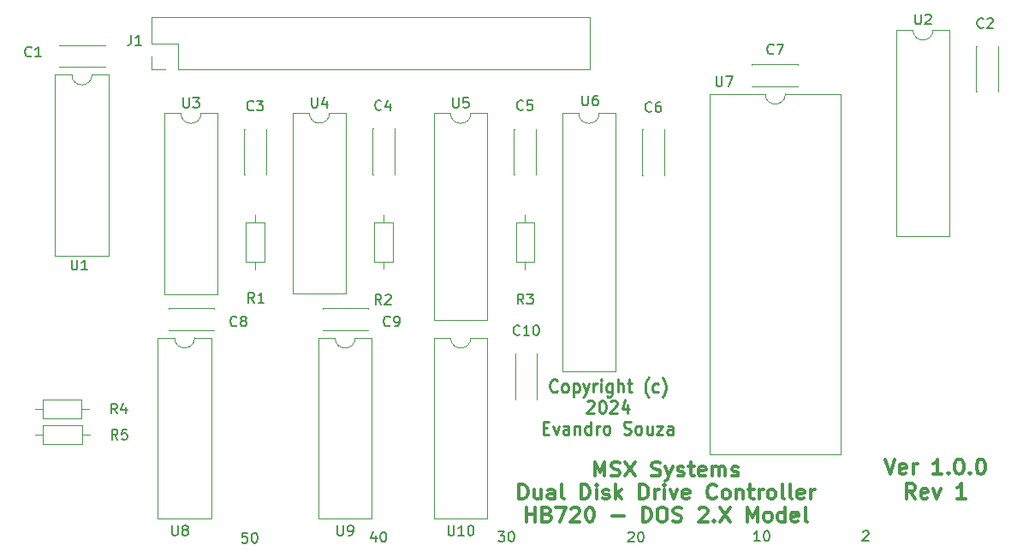
<source format=gbr>
%TF.GenerationSoftware,KiCad,Pcbnew,7.0.9*%
%TF.CreationDate,2024-02-01T17:21:03-03:00*%
%TF.ProjectId,HB720-Cart_dos2,48423732-302d-4436-9172-745f646f7332,1*%
%TF.SameCoordinates,Original*%
%TF.FileFunction,Legend,Top*%
%TF.FilePolarity,Positive*%
%FSLAX46Y46*%
G04 Gerber Fmt 4.6, Leading zero omitted, Abs format (unit mm)*
G04 Created by KiCad (PCBNEW 7.0.9) date 2024-02-01 17:21:03*
%MOMM*%
%LPD*%
G01*
G04 APERTURE LIST*
%ADD10C,0.150000*%
%ADD11C,0.240000*%
%ADD12C,0.300000*%
%ADD13C,0.120000*%
G04 APERTURE END LIST*
D10*
X134521750Y-119167352D02*
X134521750Y-119834019D01*
X134283655Y-118786400D02*
X134045560Y-119500685D01*
X134045560Y-119500685D02*
X134664607Y-119500685D01*
X135236036Y-118834019D02*
X135331274Y-118834019D01*
X135331274Y-118834019D02*
X135426512Y-118881638D01*
X135426512Y-118881638D02*
X135474131Y-118929257D01*
X135474131Y-118929257D02*
X135521750Y-119024495D01*
X135521750Y-119024495D02*
X135569369Y-119214971D01*
X135569369Y-119214971D02*
X135569369Y-119453066D01*
X135569369Y-119453066D02*
X135521750Y-119643542D01*
X135521750Y-119643542D02*
X135474131Y-119738780D01*
X135474131Y-119738780D02*
X135426512Y-119786400D01*
X135426512Y-119786400D02*
X135331274Y-119834019D01*
X135331274Y-119834019D02*
X135236036Y-119834019D01*
X135236036Y-119834019D02*
X135140798Y-119786400D01*
X135140798Y-119786400D02*
X135093179Y-119738780D01*
X135093179Y-119738780D02*
X135045560Y-119643542D01*
X135045560Y-119643542D02*
X134997941Y-119453066D01*
X134997941Y-119453066D02*
X134997941Y-119214971D01*
X134997941Y-119214971D02*
X135045560Y-119024495D01*
X135045560Y-119024495D02*
X135093179Y-118929257D01*
X135093179Y-118929257D02*
X135140798Y-118881638D01*
X135140798Y-118881638D02*
X135236036Y-118834019D01*
X146647141Y-118783219D02*
X147266188Y-118783219D01*
X147266188Y-118783219D02*
X146932855Y-119164171D01*
X146932855Y-119164171D02*
X147075712Y-119164171D01*
X147075712Y-119164171D02*
X147170950Y-119211790D01*
X147170950Y-119211790D02*
X147218569Y-119259409D01*
X147218569Y-119259409D02*
X147266188Y-119354647D01*
X147266188Y-119354647D02*
X147266188Y-119592742D01*
X147266188Y-119592742D02*
X147218569Y-119687980D01*
X147218569Y-119687980D02*
X147170950Y-119735600D01*
X147170950Y-119735600D02*
X147075712Y-119783219D01*
X147075712Y-119783219D02*
X146789998Y-119783219D01*
X146789998Y-119783219D02*
X146694760Y-119735600D01*
X146694760Y-119735600D02*
X146647141Y-119687980D01*
X147885236Y-118783219D02*
X147980474Y-118783219D01*
X147980474Y-118783219D02*
X148075712Y-118830838D01*
X148075712Y-118830838D02*
X148123331Y-118878457D01*
X148123331Y-118878457D02*
X148170950Y-118973695D01*
X148170950Y-118973695D02*
X148218569Y-119164171D01*
X148218569Y-119164171D02*
X148218569Y-119402266D01*
X148218569Y-119402266D02*
X148170950Y-119592742D01*
X148170950Y-119592742D02*
X148123331Y-119687980D01*
X148123331Y-119687980D02*
X148075712Y-119735600D01*
X148075712Y-119735600D02*
X147980474Y-119783219D01*
X147980474Y-119783219D02*
X147885236Y-119783219D01*
X147885236Y-119783219D02*
X147789998Y-119735600D01*
X147789998Y-119735600D02*
X147742379Y-119687980D01*
X147742379Y-119687980D02*
X147694760Y-119592742D01*
X147694760Y-119592742D02*
X147647141Y-119402266D01*
X147647141Y-119402266D02*
X147647141Y-119164171D01*
X147647141Y-119164171D02*
X147694760Y-118973695D01*
X147694760Y-118973695D02*
X147742379Y-118878457D01*
X147742379Y-118878457D02*
X147789998Y-118830838D01*
X147789998Y-118830838D02*
X147885236Y-118783219D01*
D11*
X152476829Y-104899715D02*
X152419686Y-104961620D01*
X152419686Y-104961620D02*
X152248258Y-105023524D01*
X152248258Y-105023524D02*
X152133972Y-105023524D01*
X152133972Y-105023524D02*
X151962543Y-104961620D01*
X151962543Y-104961620D02*
X151848258Y-104837810D01*
X151848258Y-104837810D02*
X151791115Y-104714000D01*
X151791115Y-104714000D02*
X151733972Y-104466381D01*
X151733972Y-104466381D02*
X151733972Y-104280667D01*
X151733972Y-104280667D02*
X151791115Y-104033048D01*
X151791115Y-104033048D02*
X151848258Y-103909239D01*
X151848258Y-103909239D02*
X151962543Y-103785429D01*
X151962543Y-103785429D02*
X152133972Y-103723524D01*
X152133972Y-103723524D02*
X152248258Y-103723524D01*
X152248258Y-103723524D02*
X152419686Y-103785429D01*
X152419686Y-103785429D02*
X152476829Y-103847334D01*
X153162543Y-105023524D02*
X153048258Y-104961620D01*
X153048258Y-104961620D02*
X152991115Y-104899715D01*
X152991115Y-104899715D02*
X152933972Y-104775905D01*
X152933972Y-104775905D02*
X152933972Y-104404477D01*
X152933972Y-104404477D02*
X152991115Y-104280667D01*
X152991115Y-104280667D02*
X153048258Y-104218762D01*
X153048258Y-104218762D02*
X153162543Y-104156858D01*
X153162543Y-104156858D02*
X153333972Y-104156858D01*
X153333972Y-104156858D02*
X153448258Y-104218762D01*
X153448258Y-104218762D02*
X153505401Y-104280667D01*
X153505401Y-104280667D02*
X153562543Y-104404477D01*
X153562543Y-104404477D02*
X153562543Y-104775905D01*
X153562543Y-104775905D02*
X153505401Y-104899715D01*
X153505401Y-104899715D02*
X153448258Y-104961620D01*
X153448258Y-104961620D02*
X153333972Y-105023524D01*
X153333972Y-105023524D02*
X153162543Y-105023524D01*
X154076829Y-104156858D02*
X154076829Y-105456858D01*
X154076829Y-104218762D02*
X154191115Y-104156858D01*
X154191115Y-104156858D02*
X154419686Y-104156858D01*
X154419686Y-104156858D02*
X154533972Y-104218762D01*
X154533972Y-104218762D02*
X154591115Y-104280667D01*
X154591115Y-104280667D02*
X154648257Y-104404477D01*
X154648257Y-104404477D02*
X154648257Y-104775905D01*
X154648257Y-104775905D02*
X154591115Y-104899715D01*
X154591115Y-104899715D02*
X154533972Y-104961620D01*
X154533972Y-104961620D02*
X154419686Y-105023524D01*
X154419686Y-105023524D02*
X154191115Y-105023524D01*
X154191115Y-105023524D02*
X154076829Y-104961620D01*
X155048257Y-104156858D02*
X155333971Y-105023524D01*
X155619686Y-104156858D02*
X155333971Y-105023524D01*
X155333971Y-105023524D02*
X155219686Y-105333048D01*
X155219686Y-105333048D02*
X155162543Y-105394953D01*
X155162543Y-105394953D02*
X155048257Y-105456858D01*
X156076829Y-105023524D02*
X156076829Y-104156858D01*
X156076829Y-104404477D02*
X156133972Y-104280667D01*
X156133972Y-104280667D02*
X156191115Y-104218762D01*
X156191115Y-104218762D02*
X156305400Y-104156858D01*
X156305400Y-104156858D02*
X156419686Y-104156858D01*
X156819686Y-105023524D02*
X156819686Y-104156858D01*
X156819686Y-103723524D02*
X156762543Y-103785429D01*
X156762543Y-103785429D02*
X156819686Y-103847334D01*
X156819686Y-103847334D02*
X156876829Y-103785429D01*
X156876829Y-103785429D02*
X156819686Y-103723524D01*
X156819686Y-103723524D02*
X156819686Y-103847334D01*
X157905401Y-104156858D02*
X157905401Y-105209239D01*
X157905401Y-105209239D02*
X157848258Y-105333048D01*
X157848258Y-105333048D02*
X157791115Y-105394953D01*
X157791115Y-105394953D02*
X157676829Y-105456858D01*
X157676829Y-105456858D02*
X157505401Y-105456858D01*
X157505401Y-105456858D02*
X157391115Y-105394953D01*
X157905401Y-104961620D02*
X157791115Y-105023524D01*
X157791115Y-105023524D02*
X157562543Y-105023524D01*
X157562543Y-105023524D02*
X157448258Y-104961620D01*
X157448258Y-104961620D02*
X157391115Y-104899715D01*
X157391115Y-104899715D02*
X157333972Y-104775905D01*
X157333972Y-104775905D02*
X157333972Y-104404477D01*
X157333972Y-104404477D02*
X157391115Y-104280667D01*
X157391115Y-104280667D02*
X157448258Y-104218762D01*
X157448258Y-104218762D02*
X157562543Y-104156858D01*
X157562543Y-104156858D02*
X157791115Y-104156858D01*
X157791115Y-104156858D02*
X157905401Y-104218762D01*
X158476829Y-105023524D02*
X158476829Y-103723524D01*
X158991115Y-105023524D02*
X158991115Y-104342572D01*
X158991115Y-104342572D02*
X158933972Y-104218762D01*
X158933972Y-104218762D02*
X158819686Y-104156858D01*
X158819686Y-104156858D02*
X158648257Y-104156858D01*
X158648257Y-104156858D02*
X158533972Y-104218762D01*
X158533972Y-104218762D02*
X158476829Y-104280667D01*
X159391114Y-104156858D02*
X159848257Y-104156858D01*
X159562543Y-103723524D02*
X159562543Y-104837810D01*
X159562543Y-104837810D02*
X159619686Y-104961620D01*
X159619686Y-104961620D02*
X159733971Y-105023524D01*
X159733971Y-105023524D02*
X159848257Y-105023524D01*
X161505400Y-105518762D02*
X161448257Y-105456858D01*
X161448257Y-105456858D02*
X161333971Y-105271143D01*
X161333971Y-105271143D02*
X161276829Y-105147334D01*
X161276829Y-105147334D02*
X161219686Y-104961620D01*
X161219686Y-104961620D02*
X161162543Y-104652096D01*
X161162543Y-104652096D02*
X161162543Y-104404477D01*
X161162543Y-104404477D02*
X161219686Y-104094953D01*
X161219686Y-104094953D02*
X161276829Y-103909239D01*
X161276829Y-103909239D02*
X161333971Y-103785429D01*
X161333971Y-103785429D02*
X161448257Y-103599715D01*
X161448257Y-103599715D02*
X161505400Y-103537810D01*
X162476829Y-104961620D02*
X162362543Y-105023524D01*
X162362543Y-105023524D02*
X162133971Y-105023524D01*
X162133971Y-105023524D02*
X162019686Y-104961620D01*
X162019686Y-104961620D02*
X161962543Y-104899715D01*
X161962543Y-104899715D02*
X161905400Y-104775905D01*
X161905400Y-104775905D02*
X161905400Y-104404477D01*
X161905400Y-104404477D02*
X161962543Y-104280667D01*
X161962543Y-104280667D02*
X162019686Y-104218762D01*
X162019686Y-104218762D02*
X162133971Y-104156858D01*
X162133971Y-104156858D02*
X162362543Y-104156858D01*
X162362543Y-104156858D02*
X162476829Y-104218762D01*
X162876828Y-105518762D02*
X162933971Y-105456858D01*
X162933971Y-105456858D02*
X163048257Y-105271143D01*
X163048257Y-105271143D02*
X163105400Y-105147334D01*
X163105400Y-105147334D02*
X163162542Y-104961620D01*
X163162542Y-104961620D02*
X163219685Y-104652096D01*
X163219685Y-104652096D02*
X163219685Y-104404477D01*
X163219685Y-104404477D02*
X163162542Y-104094953D01*
X163162542Y-104094953D02*
X163105400Y-103909239D01*
X163105400Y-103909239D02*
X163048257Y-103785429D01*
X163048257Y-103785429D02*
X162933971Y-103599715D01*
X162933971Y-103599715D02*
X162876828Y-103537810D01*
X155448257Y-105940334D02*
X155505400Y-105878429D01*
X155505400Y-105878429D02*
X155619686Y-105816524D01*
X155619686Y-105816524D02*
X155905400Y-105816524D01*
X155905400Y-105816524D02*
X156019686Y-105878429D01*
X156019686Y-105878429D02*
X156076828Y-105940334D01*
X156076828Y-105940334D02*
X156133971Y-106064143D01*
X156133971Y-106064143D02*
X156133971Y-106187953D01*
X156133971Y-106187953D02*
X156076828Y-106373667D01*
X156076828Y-106373667D02*
X155391114Y-107116524D01*
X155391114Y-107116524D02*
X156133971Y-107116524D01*
X156876828Y-105816524D02*
X156991114Y-105816524D01*
X156991114Y-105816524D02*
X157105400Y-105878429D01*
X157105400Y-105878429D02*
X157162543Y-105940334D01*
X157162543Y-105940334D02*
X157219685Y-106064143D01*
X157219685Y-106064143D02*
X157276828Y-106311762D01*
X157276828Y-106311762D02*
X157276828Y-106621286D01*
X157276828Y-106621286D02*
X157219685Y-106868905D01*
X157219685Y-106868905D02*
X157162543Y-106992715D01*
X157162543Y-106992715D02*
X157105400Y-107054620D01*
X157105400Y-107054620D02*
X156991114Y-107116524D01*
X156991114Y-107116524D02*
X156876828Y-107116524D01*
X156876828Y-107116524D02*
X156762543Y-107054620D01*
X156762543Y-107054620D02*
X156705400Y-106992715D01*
X156705400Y-106992715D02*
X156648257Y-106868905D01*
X156648257Y-106868905D02*
X156591114Y-106621286D01*
X156591114Y-106621286D02*
X156591114Y-106311762D01*
X156591114Y-106311762D02*
X156648257Y-106064143D01*
X156648257Y-106064143D02*
X156705400Y-105940334D01*
X156705400Y-105940334D02*
X156762543Y-105878429D01*
X156762543Y-105878429D02*
X156876828Y-105816524D01*
X157733971Y-105940334D02*
X157791114Y-105878429D01*
X157791114Y-105878429D02*
X157905400Y-105816524D01*
X157905400Y-105816524D02*
X158191114Y-105816524D01*
X158191114Y-105816524D02*
X158305400Y-105878429D01*
X158305400Y-105878429D02*
X158362542Y-105940334D01*
X158362542Y-105940334D02*
X158419685Y-106064143D01*
X158419685Y-106064143D02*
X158419685Y-106187953D01*
X158419685Y-106187953D02*
X158362542Y-106373667D01*
X158362542Y-106373667D02*
X157676828Y-107116524D01*
X157676828Y-107116524D02*
X158419685Y-107116524D01*
X159448257Y-106249858D02*
X159448257Y-107116524D01*
X159162542Y-105754620D02*
X158876828Y-106683191D01*
X158876828Y-106683191D02*
X159619685Y-106683191D01*
X151105401Y-108528572D02*
X151505401Y-108528572D01*
X151676829Y-109209524D02*
X151105401Y-109209524D01*
X151105401Y-109209524D02*
X151105401Y-107909524D01*
X151105401Y-107909524D02*
X151676829Y-107909524D01*
X152076829Y-108342858D02*
X152362543Y-109209524D01*
X152362543Y-109209524D02*
X152648258Y-108342858D01*
X153619687Y-109209524D02*
X153619687Y-108528572D01*
X153619687Y-108528572D02*
X153562544Y-108404762D01*
X153562544Y-108404762D02*
X153448258Y-108342858D01*
X153448258Y-108342858D02*
X153219687Y-108342858D01*
X153219687Y-108342858D02*
X153105401Y-108404762D01*
X153619687Y-109147620D02*
X153505401Y-109209524D01*
X153505401Y-109209524D02*
X153219687Y-109209524D01*
X153219687Y-109209524D02*
X153105401Y-109147620D01*
X153105401Y-109147620D02*
X153048258Y-109023810D01*
X153048258Y-109023810D02*
X153048258Y-108900000D01*
X153048258Y-108900000D02*
X153105401Y-108776191D01*
X153105401Y-108776191D02*
X153219687Y-108714286D01*
X153219687Y-108714286D02*
X153505401Y-108714286D01*
X153505401Y-108714286D02*
X153619687Y-108652381D01*
X154191115Y-108342858D02*
X154191115Y-109209524D01*
X154191115Y-108466667D02*
X154248258Y-108404762D01*
X154248258Y-108404762D02*
X154362543Y-108342858D01*
X154362543Y-108342858D02*
X154533972Y-108342858D01*
X154533972Y-108342858D02*
X154648258Y-108404762D01*
X154648258Y-108404762D02*
X154705401Y-108528572D01*
X154705401Y-108528572D02*
X154705401Y-109209524D01*
X155791115Y-109209524D02*
X155791115Y-107909524D01*
X155791115Y-109147620D02*
X155676829Y-109209524D01*
X155676829Y-109209524D02*
X155448257Y-109209524D01*
X155448257Y-109209524D02*
X155333972Y-109147620D01*
X155333972Y-109147620D02*
X155276829Y-109085715D01*
X155276829Y-109085715D02*
X155219686Y-108961905D01*
X155219686Y-108961905D02*
X155219686Y-108590477D01*
X155219686Y-108590477D02*
X155276829Y-108466667D01*
X155276829Y-108466667D02*
X155333972Y-108404762D01*
X155333972Y-108404762D02*
X155448257Y-108342858D01*
X155448257Y-108342858D02*
X155676829Y-108342858D01*
X155676829Y-108342858D02*
X155791115Y-108404762D01*
X156362543Y-109209524D02*
X156362543Y-108342858D01*
X156362543Y-108590477D02*
X156419686Y-108466667D01*
X156419686Y-108466667D02*
X156476829Y-108404762D01*
X156476829Y-108404762D02*
X156591114Y-108342858D01*
X156591114Y-108342858D02*
X156705400Y-108342858D01*
X157276828Y-109209524D02*
X157162543Y-109147620D01*
X157162543Y-109147620D02*
X157105400Y-109085715D01*
X157105400Y-109085715D02*
X157048257Y-108961905D01*
X157048257Y-108961905D02*
X157048257Y-108590477D01*
X157048257Y-108590477D02*
X157105400Y-108466667D01*
X157105400Y-108466667D02*
X157162543Y-108404762D01*
X157162543Y-108404762D02*
X157276828Y-108342858D01*
X157276828Y-108342858D02*
X157448257Y-108342858D01*
X157448257Y-108342858D02*
X157562543Y-108404762D01*
X157562543Y-108404762D02*
X157619686Y-108466667D01*
X157619686Y-108466667D02*
X157676828Y-108590477D01*
X157676828Y-108590477D02*
X157676828Y-108961905D01*
X157676828Y-108961905D02*
X157619686Y-109085715D01*
X157619686Y-109085715D02*
X157562543Y-109147620D01*
X157562543Y-109147620D02*
X157448257Y-109209524D01*
X157448257Y-109209524D02*
X157276828Y-109209524D01*
X159048257Y-109147620D02*
X159219686Y-109209524D01*
X159219686Y-109209524D02*
X159505400Y-109209524D01*
X159505400Y-109209524D02*
X159619686Y-109147620D01*
X159619686Y-109147620D02*
X159676828Y-109085715D01*
X159676828Y-109085715D02*
X159733971Y-108961905D01*
X159733971Y-108961905D02*
X159733971Y-108838096D01*
X159733971Y-108838096D02*
X159676828Y-108714286D01*
X159676828Y-108714286D02*
X159619686Y-108652381D01*
X159619686Y-108652381D02*
X159505400Y-108590477D01*
X159505400Y-108590477D02*
X159276828Y-108528572D01*
X159276828Y-108528572D02*
X159162543Y-108466667D01*
X159162543Y-108466667D02*
X159105400Y-108404762D01*
X159105400Y-108404762D02*
X159048257Y-108280953D01*
X159048257Y-108280953D02*
X159048257Y-108157143D01*
X159048257Y-108157143D02*
X159105400Y-108033334D01*
X159105400Y-108033334D02*
X159162543Y-107971429D01*
X159162543Y-107971429D02*
X159276828Y-107909524D01*
X159276828Y-107909524D02*
X159562543Y-107909524D01*
X159562543Y-107909524D02*
X159733971Y-107971429D01*
X160419685Y-109209524D02*
X160305400Y-109147620D01*
X160305400Y-109147620D02*
X160248257Y-109085715D01*
X160248257Y-109085715D02*
X160191114Y-108961905D01*
X160191114Y-108961905D02*
X160191114Y-108590477D01*
X160191114Y-108590477D02*
X160248257Y-108466667D01*
X160248257Y-108466667D02*
X160305400Y-108404762D01*
X160305400Y-108404762D02*
X160419685Y-108342858D01*
X160419685Y-108342858D02*
X160591114Y-108342858D01*
X160591114Y-108342858D02*
X160705400Y-108404762D01*
X160705400Y-108404762D02*
X160762543Y-108466667D01*
X160762543Y-108466667D02*
X160819685Y-108590477D01*
X160819685Y-108590477D02*
X160819685Y-108961905D01*
X160819685Y-108961905D02*
X160762543Y-109085715D01*
X160762543Y-109085715D02*
X160705400Y-109147620D01*
X160705400Y-109147620D02*
X160591114Y-109209524D01*
X160591114Y-109209524D02*
X160419685Y-109209524D01*
X161848257Y-108342858D02*
X161848257Y-109209524D01*
X161333971Y-108342858D02*
X161333971Y-109023810D01*
X161333971Y-109023810D02*
X161391114Y-109147620D01*
X161391114Y-109147620D02*
X161505399Y-109209524D01*
X161505399Y-109209524D02*
X161676828Y-109209524D01*
X161676828Y-109209524D02*
X161791114Y-109147620D01*
X161791114Y-109147620D02*
X161848257Y-109085715D01*
X162305399Y-108342858D02*
X162933971Y-108342858D01*
X162933971Y-108342858D02*
X162305399Y-109209524D01*
X162305399Y-109209524D02*
X162933971Y-109209524D01*
X163905400Y-109209524D02*
X163905400Y-108528572D01*
X163905400Y-108528572D02*
X163848257Y-108404762D01*
X163848257Y-108404762D02*
X163733971Y-108342858D01*
X163733971Y-108342858D02*
X163505400Y-108342858D01*
X163505400Y-108342858D02*
X163391114Y-108404762D01*
X163905400Y-109147620D02*
X163791114Y-109209524D01*
X163791114Y-109209524D02*
X163505400Y-109209524D01*
X163505400Y-109209524D02*
X163391114Y-109147620D01*
X163391114Y-109147620D02*
X163333971Y-109023810D01*
X163333971Y-109023810D02*
X163333971Y-108900000D01*
X163333971Y-108900000D02*
X163391114Y-108776191D01*
X163391114Y-108776191D02*
X163505400Y-108714286D01*
X163505400Y-108714286D02*
X163791114Y-108714286D01*
X163791114Y-108714286D02*
X163905400Y-108652381D01*
D10*
X172513788Y-119732419D02*
X171942360Y-119732419D01*
X172228074Y-119732419D02*
X172228074Y-118732419D01*
X172228074Y-118732419D02*
X172132836Y-118875276D01*
X172132836Y-118875276D02*
X172037598Y-118970514D01*
X172037598Y-118970514D02*
X171942360Y-119018133D01*
X173132836Y-118732419D02*
X173228074Y-118732419D01*
X173228074Y-118732419D02*
X173323312Y-118780038D01*
X173323312Y-118780038D02*
X173370931Y-118827657D01*
X173370931Y-118827657D02*
X173418550Y-118922895D01*
X173418550Y-118922895D02*
X173466169Y-119113371D01*
X173466169Y-119113371D02*
X173466169Y-119351466D01*
X173466169Y-119351466D02*
X173418550Y-119541942D01*
X173418550Y-119541942D02*
X173370931Y-119637180D01*
X173370931Y-119637180D02*
X173323312Y-119684800D01*
X173323312Y-119684800D02*
X173228074Y-119732419D01*
X173228074Y-119732419D02*
X173132836Y-119732419D01*
X173132836Y-119732419D02*
X173037598Y-119684800D01*
X173037598Y-119684800D02*
X172989979Y-119637180D01*
X172989979Y-119637180D02*
X172942360Y-119541942D01*
X172942360Y-119541942D02*
X172894741Y-119351466D01*
X172894741Y-119351466D02*
X172894741Y-119113371D01*
X172894741Y-119113371D02*
X172942360Y-118922895D01*
X172942360Y-118922895D02*
X172989979Y-118827657D01*
X172989979Y-118827657D02*
X173037598Y-118780038D01*
X173037598Y-118780038D02*
X173132836Y-118732419D01*
X121818569Y-118935619D02*
X121342379Y-118935619D01*
X121342379Y-118935619D02*
X121294760Y-119411809D01*
X121294760Y-119411809D02*
X121342379Y-119364190D01*
X121342379Y-119364190D02*
X121437617Y-119316571D01*
X121437617Y-119316571D02*
X121675712Y-119316571D01*
X121675712Y-119316571D02*
X121770950Y-119364190D01*
X121770950Y-119364190D02*
X121818569Y-119411809D01*
X121818569Y-119411809D02*
X121866188Y-119507047D01*
X121866188Y-119507047D02*
X121866188Y-119745142D01*
X121866188Y-119745142D02*
X121818569Y-119840380D01*
X121818569Y-119840380D02*
X121770950Y-119888000D01*
X121770950Y-119888000D02*
X121675712Y-119935619D01*
X121675712Y-119935619D02*
X121437617Y-119935619D01*
X121437617Y-119935619D02*
X121342379Y-119888000D01*
X121342379Y-119888000D02*
X121294760Y-119840380D01*
X122485236Y-118935619D02*
X122580474Y-118935619D01*
X122580474Y-118935619D02*
X122675712Y-118983238D01*
X122675712Y-118983238D02*
X122723331Y-119030857D01*
X122723331Y-119030857D02*
X122770950Y-119126095D01*
X122770950Y-119126095D02*
X122818569Y-119316571D01*
X122818569Y-119316571D02*
X122818569Y-119554666D01*
X122818569Y-119554666D02*
X122770950Y-119745142D01*
X122770950Y-119745142D02*
X122723331Y-119840380D01*
X122723331Y-119840380D02*
X122675712Y-119888000D01*
X122675712Y-119888000D02*
X122580474Y-119935619D01*
X122580474Y-119935619D02*
X122485236Y-119935619D01*
X122485236Y-119935619D02*
X122389998Y-119888000D01*
X122389998Y-119888000D02*
X122342379Y-119840380D01*
X122342379Y-119840380D02*
X122294760Y-119745142D01*
X122294760Y-119745142D02*
X122247141Y-119554666D01*
X122247141Y-119554666D02*
X122247141Y-119316571D01*
X122247141Y-119316571D02*
X122294760Y-119126095D01*
X122294760Y-119126095D02*
X122342379Y-119030857D01*
X122342379Y-119030857D02*
X122389998Y-118983238D01*
X122389998Y-118983238D02*
X122485236Y-118935619D01*
D12*
X156174371Y-113313066D02*
X156174371Y-111913066D01*
X156174371Y-111913066D02*
X156674371Y-112913066D01*
X156674371Y-112913066D02*
X157174371Y-111913066D01*
X157174371Y-111913066D02*
X157174371Y-113313066D01*
X157817229Y-113246400D02*
X158031515Y-113313066D01*
X158031515Y-113313066D02*
X158388657Y-113313066D01*
X158388657Y-113313066D02*
X158531515Y-113246400D01*
X158531515Y-113246400D02*
X158602943Y-113179733D01*
X158602943Y-113179733D02*
X158674372Y-113046400D01*
X158674372Y-113046400D02*
X158674372Y-112913066D01*
X158674372Y-112913066D02*
X158602943Y-112779733D01*
X158602943Y-112779733D02*
X158531515Y-112713066D01*
X158531515Y-112713066D02*
X158388657Y-112646400D01*
X158388657Y-112646400D02*
X158102943Y-112579733D01*
X158102943Y-112579733D02*
X157960086Y-112513066D01*
X157960086Y-112513066D02*
X157888657Y-112446400D01*
X157888657Y-112446400D02*
X157817229Y-112313066D01*
X157817229Y-112313066D02*
X157817229Y-112179733D01*
X157817229Y-112179733D02*
X157888657Y-112046400D01*
X157888657Y-112046400D02*
X157960086Y-111979733D01*
X157960086Y-111979733D02*
X158102943Y-111913066D01*
X158102943Y-111913066D02*
X158460086Y-111913066D01*
X158460086Y-111913066D02*
X158674372Y-111979733D01*
X159174371Y-111913066D02*
X160174371Y-113313066D01*
X160174371Y-111913066D02*
X159174371Y-113313066D01*
X161817228Y-113246400D02*
X162031514Y-113313066D01*
X162031514Y-113313066D02*
X162388656Y-113313066D01*
X162388656Y-113313066D02*
X162531514Y-113246400D01*
X162531514Y-113246400D02*
X162602942Y-113179733D01*
X162602942Y-113179733D02*
X162674371Y-113046400D01*
X162674371Y-113046400D02*
X162674371Y-112913066D01*
X162674371Y-112913066D02*
X162602942Y-112779733D01*
X162602942Y-112779733D02*
X162531514Y-112713066D01*
X162531514Y-112713066D02*
X162388656Y-112646400D01*
X162388656Y-112646400D02*
X162102942Y-112579733D01*
X162102942Y-112579733D02*
X161960085Y-112513066D01*
X161960085Y-112513066D02*
X161888656Y-112446400D01*
X161888656Y-112446400D02*
X161817228Y-112313066D01*
X161817228Y-112313066D02*
X161817228Y-112179733D01*
X161817228Y-112179733D02*
X161888656Y-112046400D01*
X161888656Y-112046400D02*
X161960085Y-111979733D01*
X161960085Y-111979733D02*
X162102942Y-111913066D01*
X162102942Y-111913066D02*
X162460085Y-111913066D01*
X162460085Y-111913066D02*
X162674371Y-111979733D01*
X163174370Y-112379733D02*
X163531513Y-113313066D01*
X163888656Y-112379733D02*
X163531513Y-113313066D01*
X163531513Y-113313066D02*
X163388656Y-113646400D01*
X163388656Y-113646400D02*
X163317227Y-113713066D01*
X163317227Y-113713066D02*
X163174370Y-113779733D01*
X164388656Y-113246400D02*
X164531513Y-113313066D01*
X164531513Y-113313066D02*
X164817227Y-113313066D01*
X164817227Y-113313066D02*
X164960084Y-113246400D01*
X164960084Y-113246400D02*
X165031513Y-113113066D01*
X165031513Y-113113066D02*
X165031513Y-113046400D01*
X165031513Y-113046400D02*
X164960084Y-112913066D01*
X164960084Y-112913066D02*
X164817227Y-112846400D01*
X164817227Y-112846400D02*
X164602942Y-112846400D01*
X164602942Y-112846400D02*
X164460084Y-112779733D01*
X164460084Y-112779733D02*
X164388656Y-112646400D01*
X164388656Y-112646400D02*
X164388656Y-112579733D01*
X164388656Y-112579733D02*
X164460084Y-112446400D01*
X164460084Y-112446400D02*
X164602942Y-112379733D01*
X164602942Y-112379733D02*
X164817227Y-112379733D01*
X164817227Y-112379733D02*
X164960084Y-112446400D01*
X165460085Y-112379733D02*
X166031513Y-112379733D01*
X165674370Y-111913066D02*
X165674370Y-113113066D01*
X165674370Y-113113066D02*
X165745799Y-113246400D01*
X165745799Y-113246400D02*
X165888656Y-113313066D01*
X165888656Y-113313066D02*
X166031513Y-113313066D01*
X167102942Y-113246400D02*
X166960085Y-113313066D01*
X166960085Y-113313066D02*
X166674371Y-113313066D01*
X166674371Y-113313066D02*
X166531513Y-113246400D01*
X166531513Y-113246400D02*
X166460085Y-113113066D01*
X166460085Y-113113066D02*
X166460085Y-112579733D01*
X166460085Y-112579733D02*
X166531513Y-112446400D01*
X166531513Y-112446400D02*
X166674371Y-112379733D01*
X166674371Y-112379733D02*
X166960085Y-112379733D01*
X166960085Y-112379733D02*
X167102942Y-112446400D01*
X167102942Y-112446400D02*
X167174371Y-112579733D01*
X167174371Y-112579733D02*
X167174371Y-112713066D01*
X167174371Y-112713066D02*
X166460085Y-112846400D01*
X167817227Y-113313066D02*
X167817227Y-112379733D01*
X167817227Y-112513066D02*
X167888656Y-112446400D01*
X167888656Y-112446400D02*
X168031513Y-112379733D01*
X168031513Y-112379733D02*
X168245799Y-112379733D01*
X168245799Y-112379733D02*
X168388656Y-112446400D01*
X168388656Y-112446400D02*
X168460085Y-112579733D01*
X168460085Y-112579733D02*
X168460085Y-113313066D01*
X168460085Y-112579733D02*
X168531513Y-112446400D01*
X168531513Y-112446400D02*
X168674370Y-112379733D01*
X168674370Y-112379733D02*
X168888656Y-112379733D01*
X168888656Y-112379733D02*
X169031513Y-112446400D01*
X169031513Y-112446400D02*
X169102942Y-112579733D01*
X169102942Y-112579733D02*
X169102942Y-113313066D01*
X169745799Y-113246400D02*
X169888656Y-113313066D01*
X169888656Y-113313066D02*
X170174370Y-113313066D01*
X170174370Y-113313066D02*
X170317227Y-113246400D01*
X170317227Y-113246400D02*
X170388656Y-113113066D01*
X170388656Y-113113066D02*
X170388656Y-113046400D01*
X170388656Y-113046400D02*
X170317227Y-112913066D01*
X170317227Y-112913066D02*
X170174370Y-112846400D01*
X170174370Y-112846400D02*
X169960085Y-112846400D01*
X169960085Y-112846400D02*
X169817227Y-112779733D01*
X169817227Y-112779733D02*
X169745799Y-112646400D01*
X169745799Y-112646400D02*
X169745799Y-112579733D01*
X169745799Y-112579733D02*
X169817227Y-112446400D01*
X169817227Y-112446400D02*
X169960085Y-112379733D01*
X169960085Y-112379733D02*
X170174370Y-112379733D01*
X170174370Y-112379733D02*
X170317227Y-112446400D01*
X148710086Y-115567066D02*
X148710086Y-114167066D01*
X148710086Y-114167066D02*
X149067229Y-114167066D01*
X149067229Y-114167066D02*
X149281515Y-114233733D01*
X149281515Y-114233733D02*
X149424372Y-114367066D01*
X149424372Y-114367066D02*
X149495801Y-114500400D01*
X149495801Y-114500400D02*
X149567229Y-114767066D01*
X149567229Y-114767066D02*
X149567229Y-114967066D01*
X149567229Y-114967066D02*
X149495801Y-115233733D01*
X149495801Y-115233733D02*
X149424372Y-115367066D01*
X149424372Y-115367066D02*
X149281515Y-115500400D01*
X149281515Y-115500400D02*
X149067229Y-115567066D01*
X149067229Y-115567066D02*
X148710086Y-115567066D01*
X150852944Y-114633733D02*
X150852944Y-115567066D01*
X150210086Y-114633733D02*
X150210086Y-115367066D01*
X150210086Y-115367066D02*
X150281515Y-115500400D01*
X150281515Y-115500400D02*
X150424372Y-115567066D01*
X150424372Y-115567066D02*
X150638658Y-115567066D01*
X150638658Y-115567066D02*
X150781515Y-115500400D01*
X150781515Y-115500400D02*
X150852944Y-115433733D01*
X152210087Y-115567066D02*
X152210087Y-114833733D01*
X152210087Y-114833733D02*
X152138658Y-114700400D01*
X152138658Y-114700400D02*
X151995801Y-114633733D01*
X151995801Y-114633733D02*
X151710087Y-114633733D01*
X151710087Y-114633733D02*
X151567229Y-114700400D01*
X152210087Y-115500400D02*
X152067229Y-115567066D01*
X152067229Y-115567066D02*
X151710087Y-115567066D01*
X151710087Y-115567066D02*
X151567229Y-115500400D01*
X151567229Y-115500400D02*
X151495801Y-115367066D01*
X151495801Y-115367066D02*
X151495801Y-115233733D01*
X151495801Y-115233733D02*
X151567229Y-115100400D01*
X151567229Y-115100400D02*
X151710087Y-115033733D01*
X151710087Y-115033733D02*
X152067229Y-115033733D01*
X152067229Y-115033733D02*
X152210087Y-114967066D01*
X153138658Y-115567066D02*
X152995801Y-115500400D01*
X152995801Y-115500400D02*
X152924372Y-115367066D01*
X152924372Y-115367066D02*
X152924372Y-114167066D01*
X154852943Y-115567066D02*
X154852943Y-114167066D01*
X154852943Y-114167066D02*
X155210086Y-114167066D01*
X155210086Y-114167066D02*
X155424372Y-114233733D01*
X155424372Y-114233733D02*
X155567229Y-114367066D01*
X155567229Y-114367066D02*
X155638658Y-114500400D01*
X155638658Y-114500400D02*
X155710086Y-114767066D01*
X155710086Y-114767066D02*
X155710086Y-114967066D01*
X155710086Y-114967066D02*
X155638658Y-115233733D01*
X155638658Y-115233733D02*
X155567229Y-115367066D01*
X155567229Y-115367066D02*
X155424372Y-115500400D01*
X155424372Y-115500400D02*
X155210086Y-115567066D01*
X155210086Y-115567066D02*
X154852943Y-115567066D01*
X156352943Y-115567066D02*
X156352943Y-114633733D01*
X156352943Y-114167066D02*
X156281515Y-114233733D01*
X156281515Y-114233733D02*
X156352943Y-114300400D01*
X156352943Y-114300400D02*
X156424372Y-114233733D01*
X156424372Y-114233733D02*
X156352943Y-114167066D01*
X156352943Y-114167066D02*
X156352943Y-114300400D01*
X156995801Y-115500400D02*
X157138658Y-115567066D01*
X157138658Y-115567066D02*
X157424372Y-115567066D01*
X157424372Y-115567066D02*
X157567229Y-115500400D01*
X157567229Y-115500400D02*
X157638658Y-115367066D01*
X157638658Y-115367066D02*
X157638658Y-115300400D01*
X157638658Y-115300400D02*
X157567229Y-115167066D01*
X157567229Y-115167066D02*
X157424372Y-115100400D01*
X157424372Y-115100400D02*
X157210087Y-115100400D01*
X157210087Y-115100400D02*
X157067229Y-115033733D01*
X157067229Y-115033733D02*
X156995801Y-114900400D01*
X156995801Y-114900400D02*
X156995801Y-114833733D01*
X156995801Y-114833733D02*
X157067229Y-114700400D01*
X157067229Y-114700400D02*
X157210087Y-114633733D01*
X157210087Y-114633733D02*
X157424372Y-114633733D01*
X157424372Y-114633733D02*
X157567229Y-114700400D01*
X158281515Y-115567066D02*
X158281515Y-114167066D01*
X158424373Y-115033733D02*
X158852944Y-115567066D01*
X158852944Y-114633733D02*
X158281515Y-115167066D01*
X160638658Y-115567066D02*
X160638658Y-114167066D01*
X160638658Y-114167066D02*
X160995801Y-114167066D01*
X160995801Y-114167066D02*
X161210087Y-114233733D01*
X161210087Y-114233733D02*
X161352944Y-114367066D01*
X161352944Y-114367066D02*
X161424373Y-114500400D01*
X161424373Y-114500400D02*
X161495801Y-114767066D01*
X161495801Y-114767066D02*
X161495801Y-114967066D01*
X161495801Y-114967066D02*
X161424373Y-115233733D01*
X161424373Y-115233733D02*
X161352944Y-115367066D01*
X161352944Y-115367066D02*
X161210087Y-115500400D01*
X161210087Y-115500400D02*
X160995801Y-115567066D01*
X160995801Y-115567066D02*
X160638658Y-115567066D01*
X162138658Y-115567066D02*
X162138658Y-114633733D01*
X162138658Y-114900400D02*
X162210087Y-114767066D01*
X162210087Y-114767066D02*
X162281516Y-114700400D01*
X162281516Y-114700400D02*
X162424373Y-114633733D01*
X162424373Y-114633733D02*
X162567230Y-114633733D01*
X163067229Y-115567066D02*
X163067229Y-114633733D01*
X163067229Y-114167066D02*
X162995801Y-114233733D01*
X162995801Y-114233733D02*
X163067229Y-114300400D01*
X163067229Y-114300400D02*
X163138658Y-114233733D01*
X163138658Y-114233733D02*
X163067229Y-114167066D01*
X163067229Y-114167066D02*
X163067229Y-114300400D01*
X163638658Y-114633733D02*
X163995801Y-115567066D01*
X163995801Y-115567066D02*
X164352944Y-114633733D01*
X165495801Y-115500400D02*
X165352944Y-115567066D01*
X165352944Y-115567066D02*
X165067230Y-115567066D01*
X165067230Y-115567066D02*
X164924372Y-115500400D01*
X164924372Y-115500400D02*
X164852944Y-115367066D01*
X164852944Y-115367066D02*
X164852944Y-114833733D01*
X164852944Y-114833733D02*
X164924372Y-114700400D01*
X164924372Y-114700400D02*
X165067230Y-114633733D01*
X165067230Y-114633733D02*
X165352944Y-114633733D01*
X165352944Y-114633733D02*
X165495801Y-114700400D01*
X165495801Y-114700400D02*
X165567230Y-114833733D01*
X165567230Y-114833733D02*
X165567230Y-114967066D01*
X165567230Y-114967066D02*
X164852944Y-115100400D01*
X168210086Y-115433733D02*
X168138658Y-115500400D01*
X168138658Y-115500400D02*
X167924372Y-115567066D01*
X167924372Y-115567066D02*
X167781515Y-115567066D01*
X167781515Y-115567066D02*
X167567229Y-115500400D01*
X167567229Y-115500400D02*
X167424372Y-115367066D01*
X167424372Y-115367066D02*
X167352943Y-115233733D01*
X167352943Y-115233733D02*
X167281515Y-114967066D01*
X167281515Y-114967066D02*
X167281515Y-114767066D01*
X167281515Y-114767066D02*
X167352943Y-114500400D01*
X167352943Y-114500400D02*
X167424372Y-114367066D01*
X167424372Y-114367066D02*
X167567229Y-114233733D01*
X167567229Y-114233733D02*
X167781515Y-114167066D01*
X167781515Y-114167066D02*
X167924372Y-114167066D01*
X167924372Y-114167066D02*
X168138658Y-114233733D01*
X168138658Y-114233733D02*
X168210086Y-114300400D01*
X169067229Y-115567066D02*
X168924372Y-115500400D01*
X168924372Y-115500400D02*
X168852943Y-115433733D01*
X168852943Y-115433733D02*
X168781515Y-115300400D01*
X168781515Y-115300400D02*
X168781515Y-114900400D01*
X168781515Y-114900400D02*
X168852943Y-114767066D01*
X168852943Y-114767066D02*
X168924372Y-114700400D01*
X168924372Y-114700400D02*
X169067229Y-114633733D01*
X169067229Y-114633733D02*
X169281515Y-114633733D01*
X169281515Y-114633733D02*
X169424372Y-114700400D01*
X169424372Y-114700400D02*
X169495801Y-114767066D01*
X169495801Y-114767066D02*
X169567229Y-114900400D01*
X169567229Y-114900400D02*
X169567229Y-115300400D01*
X169567229Y-115300400D02*
X169495801Y-115433733D01*
X169495801Y-115433733D02*
X169424372Y-115500400D01*
X169424372Y-115500400D02*
X169281515Y-115567066D01*
X169281515Y-115567066D02*
X169067229Y-115567066D01*
X170210086Y-114633733D02*
X170210086Y-115567066D01*
X170210086Y-114767066D02*
X170281515Y-114700400D01*
X170281515Y-114700400D02*
X170424372Y-114633733D01*
X170424372Y-114633733D02*
X170638658Y-114633733D01*
X170638658Y-114633733D02*
X170781515Y-114700400D01*
X170781515Y-114700400D02*
X170852944Y-114833733D01*
X170852944Y-114833733D02*
X170852944Y-115567066D01*
X171352944Y-114633733D02*
X171924372Y-114633733D01*
X171567229Y-114167066D02*
X171567229Y-115367066D01*
X171567229Y-115367066D02*
X171638658Y-115500400D01*
X171638658Y-115500400D02*
X171781515Y-115567066D01*
X171781515Y-115567066D02*
X171924372Y-115567066D01*
X172424372Y-115567066D02*
X172424372Y-114633733D01*
X172424372Y-114900400D02*
X172495801Y-114767066D01*
X172495801Y-114767066D02*
X172567230Y-114700400D01*
X172567230Y-114700400D02*
X172710087Y-114633733D01*
X172710087Y-114633733D02*
X172852944Y-114633733D01*
X173567229Y-115567066D02*
X173424372Y-115500400D01*
X173424372Y-115500400D02*
X173352943Y-115433733D01*
X173352943Y-115433733D02*
X173281515Y-115300400D01*
X173281515Y-115300400D02*
X173281515Y-114900400D01*
X173281515Y-114900400D02*
X173352943Y-114767066D01*
X173352943Y-114767066D02*
X173424372Y-114700400D01*
X173424372Y-114700400D02*
X173567229Y-114633733D01*
X173567229Y-114633733D02*
X173781515Y-114633733D01*
X173781515Y-114633733D02*
X173924372Y-114700400D01*
X173924372Y-114700400D02*
X173995801Y-114767066D01*
X173995801Y-114767066D02*
X174067229Y-114900400D01*
X174067229Y-114900400D02*
X174067229Y-115300400D01*
X174067229Y-115300400D02*
X173995801Y-115433733D01*
X173995801Y-115433733D02*
X173924372Y-115500400D01*
X173924372Y-115500400D02*
X173781515Y-115567066D01*
X173781515Y-115567066D02*
X173567229Y-115567066D01*
X174924372Y-115567066D02*
X174781515Y-115500400D01*
X174781515Y-115500400D02*
X174710086Y-115367066D01*
X174710086Y-115367066D02*
X174710086Y-114167066D01*
X175710086Y-115567066D02*
X175567229Y-115500400D01*
X175567229Y-115500400D02*
X175495800Y-115367066D01*
X175495800Y-115367066D02*
X175495800Y-114167066D01*
X176852943Y-115500400D02*
X176710086Y-115567066D01*
X176710086Y-115567066D02*
X176424372Y-115567066D01*
X176424372Y-115567066D02*
X176281514Y-115500400D01*
X176281514Y-115500400D02*
X176210086Y-115367066D01*
X176210086Y-115367066D02*
X176210086Y-114833733D01*
X176210086Y-114833733D02*
X176281514Y-114700400D01*
X176281514Y-114700400D02*
X176424372Y-114633733D01*
X176424372Y-114633733D02*
X176710086Y-114633733D01*
X176710086Y-114633733D02*
X176852943Y-114700400D01*
X176852943Y-114700400D02*
X176924372Y-114833733D01*
X176924372Y-114833733D02*
X176924372Y-114967066D01*
X176924372Y-114967066D02*
X176210086Y-115100400D01*
X177567228Y-115567066D02*
X177567228Y-114633733D01*
X177567228Y-114900400D02*
X177638657Y-114767066D01*
X177638657Y-114767066D02*
X177710086Y-114700400D01*
X177710086Y-114700400D02*
X177852943Y-114633733D01*
X177852943Y-114633733D02*
X177995800Y-114633733D01*
X149424372Y-117821066D02*
X149424372Y-116421066D01*
X149424372Y-117087733D02*
X150281515Y-117087733D01*
X150281515Y-117821066D02*
X150281515Y-116421066D01*
X151495801Y-117087733D02*
X151710087Y-117154400D01*
X151710087Y-117154400D02*
X151781516Y-117221066D01*
X151781516Y-117221066D02*
X151852944Y-117354400D01*
X151852944Y-117354400D02*
X151852944Y-117554400D01*
X151852944Y-117554400D02*
X151781516Y-117687733D01*
X151781516Y-117687733D02*
X151710087Y-117754400D01*
X151710087Y-117754400D02*
X151567230Y-117821066D01*
X151567230Y-117821066D02*
X150995801Y-117821066D01*
X150995801Y-117821066D02*
X150995801Y-116421066D01*
X150995801Y-116421066D02*
X151495801Y-116421066D01*
X151495801Y-116421066D02*
X151638659Y-116487733D01*
X151638659Y-116487733D02*
X151710087Y-116554400D01*
X151710087Y-116554400D02*
X151781516Y-116687733D01*
X151781516Y-116687733D02*
X151781516Y-116821066D01*
X151781516Y-116821066D02*
X151710087Y-116954400D01*
X151710087Y-116954400D02*
X151638659Y-117021066D01*
X151638659Y-117021066D02*
X151495801Y-117087733D01*
X151495801Y-117087733D02*
X150995801Y-117087733D01*
X152352944Y-116421066D02*
X153352944Y-116421066D01*
X153352944Y-116421066D02*
X152710087Y-117821066D01*
X153852944Y-116554400D02*
X153924372Y-116487733D01*
X153924372Y-116487733D02*
X154067230Y-116421066D01*
X154067230Y-116421066D02*
X154424372Y-116421066D01*
X154424372Y-116421066D02*
X154567230Y-116487733D01*
X154567230Y-116487733D02*
X154638658Y-116554400D01*
X154638658Y-116554400D02*
X154710087Y-116687733D01*
X154710087Y-116687733D02*
X154710087Y-116821066D01*
X154710087Y-116821066D02*
X154638658Y-117021066D01*
X154638658Y-117021066D02*
X153781515Y-117821066D01*
X153781515Y-117821066D02*
X154710087Y-117821066D01*
X155638658Y-116421066D02*
X155781515Y-116421066D01*
X155781515Y-116421066D02*
X155924372Y-116487733D01*
X155924372Y-116487733D02*
X155995801Y-116554400D01*
X155995801Y-116554400D02*
X156067229Y-116687733D01*
X156067229Y-116687733D02*
X156138658Y-116954400D01*
X156138658Y-116954400D02*
X156138658Y-117287733D01*
X156138658Y-117287733D02*
X156067229Y-117554400D01*
X156067229Y-117554400D02*
X155995801Y-117687733D01*
X155995801Y-117687733D02*
X155924372Y-117754400D01*
X155924372Y-117754400D02*
X155781515Y-117821066D01*
X155781515Y-117821066D02*
X155638658Y-117821066D01*
X155638658Y-117821066D02*
X155495801Y-117754400D01*
X155495801Y-117754400D02*
X155424372Y-117687733D01*
X155424372Y-117687733D02*
X155352943Y-117554400D01*
X155352943Y-117554400D02*
X155281515Y-117287733D01*
X155281515Y-117287733D02*
X155281515Y-116954400D01*
X155281515Y-116954400D02*
X155352943Y-116687733D01*
X155352943Y-116687733D02*
X155424372Y-116554400D01*
X155424372Y-116554400D02*
X155495801Y-116487733D01*
X155495801Y-116487733D02*
X155638658Y-116421066D01*
X157924371Y-117287733D02*
X159067229Y-117287733D01*
X160924371Y-117821066D02*
X160924371Y-116421066D01*
X160924371Y-116421066D02*
X161281514Y-116421066D01*
X161281514Y-116421066D02*
X161495800Y-116487733D01*
X161495800Y-116487733D02*
X161638657Y-116621066D01*
X161638657Y-116621066D02*
X161710086Y-116754400D01*
X161710086Y-116754400D02*
X161781514Y-117021066D01*
X161781514Y-117021066D02*
X161781514Y-117221066D01*
X161781514Y-117221066D02*
X161710086Y-117487733D01*
X161710086Y-117487733D02*
X161638657Y-117621066D01*
X161638657Y-117621066D02*
X161495800Y-117754400D01*
X161495800Y-117754400D02*
X161281514Y-117821066D01*
X161281514Y-117821066D02*
X160924371Y-117821066D01*
X162710086Y-116421066D02*
X162995800Y-116421066D01*
X162995800Y-116421066D02*
X163138657Y-116487733D01*
X163138657Y-116487733D02*
X163281514Y-116621066D01*
X163281514Y-116621066D02*
X163352943Y-116887733D01*
X163352943Y-116887733D02*
X163352943Y-117354400D01*
X163352943Y-117354400D02*
X163281514Y-117621066D01*
X163281514Y-117621066D02*
X163138657Y-117754400D01*
X163138657Y-117754400D02*
X162995800Y-117821066D01*
X162995800Y-117821066D02*
X162710086Y-117821066D01*
X162710086Y-117821066D02*
X162567229Y-117754400D01*
X162567229Y-117754400D02*
X162424371Y-117621066D01*
X162424371Y-117621066D02*
X162352943Y-117354400D01*
X162352943Y-117354400D02*
X162352943Y-116887733D01*
X162352943Y-116887733D02*
X162424371Y-116621066D01*
X162424371Y-116621066D02*
X162567229Y-116487733D01*
X162567229Y-116487733D02*
X162710086Y-116421066D01*
X163924372Y-117754400D02*
X164138658Y-117821066D01*
X164138658Y-117821066D02*
X164495800Y-117821066D01*
X164495800Y-117821066D02*
X164638658Y-117754400D01*
X164638658Y-117754400D02*
X164710086Y-117687733D01*
X164710086Y-117687733D02*
X164781515Y-117554400D01*
X164781515Y-117554400D02*
X164781515Y-117421066D01*
X164781515Y-117421066D02*
X164710086Y-117287733D01*
X164710086Y-117287733D02*
X164638658Y-117221066D01*
X164638658Y-117221066D02*
X164495800Y-117154400D01*
X164495800Y-117154400D02*
X164210086Y-117087733D01*
X164210086Y-117087733D02*
X164067229Y-117021066D01*
X164067229Y-117021066D02*
X163995800Y-116954400D01*
X163995800Y-116954400D02*
X163924372Y-116821066D01*
X163924372Y-116821066D02*
X163924372Y-116687733D01*
X163924372Y-116687733D02*
X163995800Y-116554400D01*
X163995800Y-116554400D02*
X164067229Y-116487733D01*
X164067229Y-116487733D02*
X164210086Y-116421066D01*
X164210086Y-116421066D02*
X164567229Y-116421066D01*
X164567229Y-116421066D02*
X164781515Y-116487733D01*
X166495800Y-116554400D02*
X166567228Y-116487733D01*
X166567228Y-116487733D02*
X166710086Y-116421066D01*
X166710086Y-116421066D02*
X167067228Y-116421066D01*
X167067228Y-116421066D02*
X167210086Y-116487733D01*
X167210086Y-116487733D02*
X167281514Y-116554400D01*
X167281514Y-116554400D02*
X167352943Y-116687733D01*
X167352943Y-116687733D02*
X167352943Y-116821066D01*
X167352943Y-116821066D02*
X167281514Y-117021066D01*
X167281514Y-117021066D02*
X166424371Y-117821066D01*
X166424371Y-117821066D02*
X167352943Y-117821066D01*
X167995799Y-117687733D02*
X168067228Y-117754400D01*
X168067228Y-117754400D02*
X167995799Y-117821066D01*
X167995799Y-117821066D02*
X167924371Y-117754400D01*
X167924371Y-117754400D02*
X167995799Y-117687733D01*
X167995799Y-117687733D02*
X167995799Y-117821066D01*
X168567228Y-116421066D02*
X169567228Y-117821066D01*
X169567228Y-116421066D02*
X168567228Y-117821066D01*
X171281513Y-117821066D02*
X171281513Y-116421066D01*
X171281513Y-116421066D02*
X171781513Y-117421066D01*
X171781513Y-117421066D02*
X172281513Y-116421066D01*
X172281513Y-116421066D02*
X172281513Y-117821066D01*
X173210085Y-117821066D02*
X173067228Y-117754400D01*
X173067228Y-117754400D02*
X172995799Y-117687733D01*
X172995799Y-117687733D02*
X172924371Y-117554400D01*
X172924371Y-117554400D02*
X172924371Y-117154400D01*
X172924371Y-117154400D02*
X172995799Y-117021066D01*
X172995799Y-117021066D02*
X173067228Y-116954400D01*
X173067228Y-116954400D02*
X173210085Y-116887733D01*
X173210085Y-116887733D02*
X173424371Y-116887733D01*
X173424371Y-116887733D02*
X173567228Y-116954400D01*
X173567228Y-116954400D02*
X173638657Y-117021066D01*
X173638657Y-117021066D02*
X173710085Y-117154400D01*
X173710085Y-117154400D02*
X173710085Y-117554400D01*
X173710085Y-117554400D02*
X173638657Y-117687733D01*
X173638657Y-117687733D02*
X173567228Y-117754400D01*
X173567228Y-117754400D02*
X173424371Y-117821066D01*
X173424371Y-117821066D02*
X173210085Y-117821066D01*
X174995800Y-117821066D02*
X174995800Y-116421066D01*
X174995800Y-117754400D02*
X174852942Y-117821066D01*
X174852942Y-117821066D02*
X174567228Y-117821066D01*
X174567228Y-117821066D02*
X174424371Y-117754400D01*
X174424371Y-117754400D02*
X174352942Y-117687733D01*
X174352942Y-117687733D02*
X174281514Y-117554400D01*
X174281514Y-117554400D02*
X174281514Y-117154400D01*
X174281514Y-117154400D02*
X174352942Y-117021066D01*
X174352942Y-117021066D02*
X174424371Y-116954400D01*
X174424371Y-116954400D02*
X174567228Y-116887733D01*
X174567228Y-116887733D02*
X174852942Y-116887733D01*
X174852942Y-116887733D02*
X174995800Y-116954400D01*
X176281514Y-117754400D02*
X176138657Y-117821066D01*
X176138657Y-117821066D02*
X175852943Y-117821066D01*
X175852943Y-117821066D02*
X175710085Y-117754400D01*
X175710085Y-117754400D02*
X175638657Y-117621066D01*
X175638657Y-117621066D02*
X175638657Y-117087733D01*
X175638657Y-117087733D02*
X175710085Y-116954400D01*
X175710085Y-116954400D02*
X175852943Y-116887733D01*
X175852943Y-116887733D02*
X176138657Y-116887733D01*
X176138657Y-116887733D02*
X176281514Y-116954400D01*
X176281514Y-116954400D02*
X176352943Y-117087733D01*
X176352943Y-117087733D02*
X176352943Y-117221066D01*
X176352943Y-117221066D02*
X175638657Y-117354400D01*
X177210085Y-117821066D02*
X177067228Y-117754400D01*
X177067228Y-117754400D02*
X176995799Y-117621066D01*
X176995799Y-117621066D02*
X176995799Y-116421066D01*
D10*
X182711960Y-118827657D02*
X182759579Y-118780038D01*
X182759579Y-118780038D02*
X182854817Y-118732419D01*
X182854817Y-118732419D02*
X183092912Y-118732419D01*
X183092912Y-118732419D02*
X183188150Y-118780038D01*
X183188150Y-118780038D02*
X183235769Y-118827657D01*
X183235769Y-118827657D02*
X183283388Y-118922895D01*
X183283388Y-118922895D02*
X183283388Y-119018133D01*
X183283388Y-119018133D02*
X183235769Y-119160990D01*
X183235769Y-119160990D02*
X182664341Y-119732419D01*
X182664341Y-119732419D02*
X183283388Y-119732419D01*
D12*
X184880087Y-111635828D02*
X185380087Y-113135828D01*
X185380087Y-113135828D02*
X185880087Y-111635828D01*
X186951515Y-113064400D02*
X186808658Y-113135828D01*
X186808658Y-113135828D02*
X186522944Y-113135828D01*
X186522944Y-113135828D02*
X186380086Y-113064400D01*
X186380086Y-113064400D02*
X186308658Y-112921542D01*
X186308658Y-112921542D02*
X186308658Y-112350114D01*
X186308658Y-112350114D02*
X186380086Y-112207257D01*
X186380086Y-112207257D02*
X186522944Y-112135828D01*
X186522944Y-112135828D02*
X186808658Y-112135828D01*
X186808658Y-112135828D02*
X186951515Y-112207257D01*
X186951515Y-112207257D02*
X187022944Y-112350114D01*
X187022944Y-112350114D02*
X187022944Y-112492971D01*
X187022944Y-112492971D02*
X186308658Y-112635828D01*
X187665800Y-113135828D02*
X187665800Y-112135828D01*
X187665800Y-112421542D02*
X187737229Y-112278685D01*
X187737229Y-112278685D02*
X187808658Y-112207257D01*
X187808658Y-112207257D02*
X187951515Y-112135828D01*
X187951515Y-112135828D02*
X188094372Y-112135828D01*
X190522943Y-113135828D02*
X189665800Y-113135828D01*
X190094371Y-113135828D02*
X190094371Y-111635828D01*
X190094371Y-111635828D02*
X189951514Y-111850114D01*
X189951514Y-111850114D02*
X189808657Y-111992971D01*
X189808657Y-111992971D02*
X189665800Y-112064400D01*
X191165799Y-112992971D02*
X191237228Y-113064400D01*
X191237228Y-113064400D02*
X191165799Y-113135828D01*
X191165799Y-113135828D02*
X191094371Y-113064400D01*
X191094371Y-113064400D02*
X191165799Y-112992971D01*
X191165799Y-112992971D02*
X191165799Y-113135828D01*
X192165800Y-111635828D02*
X192308657Y-111635828D01*
X192308657Y-111635828D02*
X192451514Y-111707257D01*
X192451514Y-111707257D02*
X192522943Y-111778685D01*
X192522943Y-111778685D02*
X192594371Y-111921542D01*
X192594371Y-111921542D02*
X192665800Y-112207257D01*
X192665800Y-112207257D02*
X192665800Y-112564400D01*
X192665800Y-112564400D02*
X192594371Y-112850114D01*
X192594371Y-112850114D02*
X192522943Y-112992971D01*
X192522943Y-112992971D02*
X192451514Y-113064400D01*
X192451514Y-113064400D02*
X192308657Y-113135828D01*
X192308657Y-113135828D02*
X192165800Y-113135828D01*
X192165800Y-113135828D02*
X192022943Y-113064400D01*
X192022943Y-113064400D02*
X191951514Y-112992971D01*
X191951514Y-112992971D02*
X191880085Y-112850114D01*
X191880085Y-112850114D02*
X191808657Y-112564400D01*
X191808657Y-112564400D02*
X191808657Y-112207257D01*
X191808657Y-112207257D02*
X191880085Y-111921542D01*
X191880085Y-111921542D02*
X191951514Y-111778685D01*
X191951514Y-111778685D02*
X192022943Y-111707257D01*
X192022943Y-111707257D02*
X192165800Y-111635828D01*
X193308656Y-112992971D02*
X193380085Y-113064400D01*
X193380085Y-113064400D02*
X193308656Y-113135828D01*
X193308656Y-113135828D02*
X193237228Y-113064400D01*
X193237228Y-113064400D02*
X193308656Y-112992971D01*
X193308656Y-112992971D02*
X193308656Y-113135828D01*
X194308657Y-111635828D02*
X194451514Y-111635828D01*
X194451514Y-111635828D02*
X194594371Y-111707257D01*
X194594371Y-111707257D02*
X194665800Y-111778685D01*
X194665800Y-111778685D02*
X194737228Y-111921542D01*
X194737228Y-111921542D02*
X194808657Y-112207257D01*
X194808657Y-112207257D02*
X194808657Y-112564400D01*
X194808657Y-112564400D02*
X194737228Y-112850114D01*
X194737228Y-112850114D02*
X194665800Y-112992971D01*
X194665800Y-112992971D02*
X194594371Y-113064400D01*
X194594371Y-113064400D02*
X194451514Y-113135828D01*
X194451514Y-113135828D02*
X194308657Y-113135828D01*
X194308657Y-113135828D02*
X194165800Y-113064400D01*
X194165800Y-113064400D02*
X194094371Y-112992971D01*
X194094371Y-112992971D02*
X194022942Y-112850114D01*
X194022942Y-112850114D02*
X193951514Y-112564400D01*
X193951514Y-112564400D02*
X193951514Y-112207257D01*
X193951514Y-112207257D02*
X194022942Y-111921542D01*
X194022942Y-111921542D02*
X194094371Y-111778685D01*
X194094371Y-111778685D02*
X194165800Y-111707257D01*
X194165800Y-111707257D02*
X194308657Y-111635828D01*
X187880086Y-115550828D02*
X187380086Y-114836542D01*
X187022943Y-115550828D02*
X187022943Y-114050828D01*
X187022943Y-114050828D02*
X187594372Y-114050828D01*
X187594372Y-114050828D02*
X187737229Y-114122257D01*
X187737229Y-114122257D02*
X187808658Y-114193685D01*
X187808658Y-114193685D02*
X187880086Y-114336542D01*
X187880086Y-114336542D02*
X187880086Y-114550828D01*
X187880086Y-114550828D02*
X187808658Y-114693685D01*
X187808658Y-114693685D02*
X187737229Y-114765114D01*
X187737229Y-114765114D02*
X187594372Y-114836542D01*
X187594372Y-114836542D02*
X187022943Y-114836542D01*
X189094372Y-115479400D02*
X188951515Y-115550828D01*
X188951515Y-115550828D02*
X188665801Y-115550828D01*
X188665801Y-115550828D02*
X188522943Y-115479400D01*
X188522943Y-115479400D02*
X188451515Y-115336542D01*
X188451515Y-115336542D02*
X188451515Y-114765114D01*
X188451515Y-114765114D02*
X188522943Y-114622257D01*
X188522943Y-114622257D02*
X188665801Y-114550828D01*
X188665801Y-114550828D02*
X188951515Y-114550828D01*
X188951515Y-114550828D02*
X189094372Y-114622257D01*
X189094372Y-114622257D02*
X189165801Y-114765114D01*
X189165801Y-114765114D02*
X189165801Y-114907971D01*
X189165801Y-114907971D02*
X188451515Y-115050828D01*
X189665800Y-114550828D02*
X190022943Y-115550828D01*
X190022943Y-115550828D02*
X190380086Y-114550828D01*
X192880086Y-115550828D02*
X192022943Y-115550828D01*
X192451514Y-115550828D02*
X192451514Y-114050828D01*
X192451514Y-114050828D02*
X192308657Y-114265114D01*
X192308657Y-114265114D02*
X192165800Y-114407971D01*
X192165800Y-114407971D02*
X192022943Y-114479400D01*
D10*
X159496360Y-118929257D02*
X159543979Y-118881638D01*
X159543979Y-118881638D02*
X159639217Y-118834019D01*
X159639217Y-118834019D02*
X159877312Y-118834019D01*
X159877312Y-118834019D02*
X159972550Y-118881638D01*
X159972550Y-118881638D02*
X160020169Y-118929257D01*
X160020169Y-118929257D02*
X160067788Y-119024495D01*
X160067788Y-119024495D02*
X160067788Y-119119733D01*
X160067788Y-119119733D02*
X160020169Y-119262590D01*
X160020169Y-119262590D02*
X159448741Y-119834019D01*
X159448741Y-119834019D02*
X160067788Y-119834019D01*
X160686836Y-118834019D02*
X160782074Y-118834019D01*
X160782074Y-118834019D02*
X160877312Y-118881638D01*
X160877312Y-118881638D02*
X160924931Y-118929257D01*
X160924931Y-118929257D02*
X160972550Y-119024495D01*
X160972550Y-119024495D02*
X161020169Y-119214971D01*
X161020169Y-119214971D02*
X161020169Y-119453066D01*
X161020169Y-119453066D02*
X160972550Y-119643542D01*
X160972550Y-119643542D02*
X160924931Y-119738780D01*
X160924931Y-119738780D02*
X160877312Y-119786400D01*
X160877312Y-119786400D02*
X160782074Y-119834019D01*
X160782074Y-119834019D02*
X160686836Y-119834019D01*
X160686836Y-119834019D02*
X160591598Y-119786400D01*
X160591598Y-119786400D02*
X160543979Y-119738780D01*
X160543979Y-119738780D02*
X160496360Y-119643542D01*
X160496360Y-119643542D02*
X160448741Y-119453066D01*
X160448741Y-119453066D02*
X160448741Y-119214971D01*
X160448741Y-119214971D02*
X160496360Y-119024495D01*
X160496360Y-119024495D02*
X160543979Y-118929257D01*
X160543979Y-118929257D02*
X160591598Y-118881638D01*
X160591598Y-118881638D02*
X160686836Y-118834019D01*
X173874133Y-71479580D02*
X173826514Y-71527200D01*
X173826514Y-71527200D02*
X173683657Y-71574819D01*
X173683657Y-71574819D02*
X173588419Y-71574819D01*
X173588419Y-71574819D02*
X173445562Y-71527200D01*
X173445562Y-71527200D02*
X173350324Y-71431961D01*
X173350324Y-71431961D02*
X173302705Y-71336723D01*
X173302705Y-71336723D02*
X173255086Y-71146247D01*
X173255086Y-71146247D02*
X173255086Y-71003390D01*
X173255086Y-71003390D02*
X173302705Y-70812914D01*
X173302705Y-70812914D02*
X173350324Y-70717676D01*
X173350324Y-70717676D02*
X173445562Y-70622438D01*
X173445562Y-70622438D02*
X173588419Y-70574819D01*
X173588419Y-70574819D02*
X173683657Y-70574819D01*
X173683657Y-70574819D02*
X173826514Y-70622438D01*
X173826514Y-70622438D02*
X173874133Y-70670057D01*
X174207467Y-70574819D02*
X174874133Y-70574819D01*
X174874133Y-70574819D02*
X174445562Y-71574819D01*
X168198895Y-73749819D02*
X168198895Y-74559342D01*
X168198895Y-74559342D02*
X168246514Y-74654580D01*
X168246514Y-74654580D02*
X168294133Y-74702200D01*
X168294133Y-74702200D02*
X168389371Y-74749819D01*
X168389371Y-74749819D02*
X168579847Y-74749819D01*
X168579847Y-74749819D02*
X168675085Y-74702200D01*
X168675085Y-74702200D02*
X168722704Y-74654580D01*
X168722704Y-74654580D02*
X168770323Y-74559342D01*
X168770323Y-74559342D02*
X168770323Y-73749819D01*
X169151276Y-73749819D02*
X169817942Y-73749819D01*
X169817942Y-73749819D02*
X169389371Y-74749819D01*
X108945433Y-107134819D02*
X108612100Y-106658628D01*
X108374005Y-107134819D02*
X108374005Y-106134819D01*
X108374005Y-106134819D02*
X108754957Y-106134819D01*
X108754957Y-106134819D02*
X108850195Y-106182438D01*
X108850195Y-106182438D02*
X108897814Y-106230057D01*
X108897814Y-106230057D02*
X108945433Y-106325295D01*
X108945433Y-106325295D02*
X108945433Y-106468152D01*
X108945433Y-106468152D02*
X108897814Y-106563390D01*
X108897814Y-106563390D02*
X108850195Y-106611009D01*
X108850195Y-106611009D02*
X108754957Y-106658628D01*
X108754957Y-106658628D02*
X108374005Y-106658628D01*
X109802576Y-106468152D02*
X109802576Y-107134819D01*
X109564481Y-106087200D02*
X109326386Y-106801485D01*
X109326386Y-106801485D02*
X109945433Y-106801485D01*
X122515333Y-96162019D02*
X122182000Y-95685828D01*
X121943905Y-96162019D02*
X121943905Y-95162019D01*
X121943905Y-95162019D02*
X122324857Y-95162019D01*
X122324857Y-95162019D02*
X122420095Y-95209638D01*
X122420095Y-95209638D02*
X122467714Y-95257257D01*
X122467714Y-95257257D02*
X122515333Y-95352495D01*
X122515333Y-95352495D02*
X122515333Y-95495352D01*
X122515333Y-95495352D02*
X122467714Y-95590590D01*
X122467714Y-95590590D02*
X122420095Y-95638209D01*
X122420095Y-95638209D02*
X122324857Y-95685828D01*
X122324857Y-95685828D02*
X121943905Y-95685828D01*
X123467714Y-96162019D02*
X122896286Y-96162019D01*
X123182000Y-96162019D02*
X123182000Y-95162019D01*
X123182000Y-95162019D02*
X123086762Y-95304876D01*
X123086762Y-95304876D02*
X122991524Y-95400114D01*
X122991524Y-95400114D02*
X122896286Y-95447733D01*
X128193895Y-75839419D02*
X128193895Y-76648942D01*
X128193895Y-76648942D02*
X128241514Y-76744180D01*
X128241514Y-76744180D02*
X128289133Y-76791800D01*
X128289133Y-76791800D02*
X128384371Y-76839419D01*
X128384371Y-76839419D02*
X128574847Y-76839419D01*
X128574847Y-76839419D02*
X128670085Y-76791800D01*
X128670085Y-76791800D02*
X128717704Y-76744180D01*
X128717704Y-76744180D02*
X128765323Y-76648942D01*
X128765323Y-76648942D02*
X128765323Y-75839419D01*
X129670085Y-76172752D02*
X129670085Y-76839419D01*
X129431990Y-75791800D02*
X129193895Y-76506085D01*
X129193895Y-76506085D02*
X129812942Y-76506085D01*
X120770533Y-98398980D02*
X120722914Y-98446600D01*
X120722914Y-98446600D02*
X120580057Y-98494219D01*
X120580057Y-98494219D02*
X120484819Y-98494219D01*
X120484819Y-98494219D02*
X120341962Y-98446600D01*
X120341962Y-98446600D02*
X120246724Y-98351361D01*
X120246724Y-98351361D02*
X120199105Y-98256123D01*
X120199105Y-98256123D02*
X120151486Y-98065647D01*
X120151486Y-98065647D02*
X120151486Y-97922790D01*
X120151486Y-97922790D02*
X120199105Y-97732314D01*
X120199105Y-97732314D02*
X120246724Y-97637076D01*
X120246724Y-97637076D02*
X120341962Y-97541838D01*
X120341962Y-97541838D02*
X120484819Y-97494219D01*
X120484819Y-97494219D02*
X120580057Y-97494219D01*
X120580057Y-97494219D02*
X120722914Y-97541838D01*
X120722914Y-97541838D02*
X120770533Y-97589457D01*
X121341962Y-97922790D02*
X121246724Y-97875171D01*
X121246724Y-97875171D02*
X121199105Y-97827552D01*
X121199105Y-97827552D02*
X121151486Y-97732314D01*
X121151486Y-97732314D02*
X121151486Y-97684695D01*
X121151486Y-97684695D02*
X121199105Y-97589457D01*
X121199105Y-97589457D02*
X121246724Y-97541838D01*
X121246724Y-97541838D02*
X121341962Y-97494219D01*
X121341962Y-97494219D02*
X121532438Y-97494219D01*
X121532438Y-97494219D02*
X121627676Y-97541838D01*
X121627676Y-97541838D02*
X121675295Y-97589457D01*
X121675295Y-97589457D02*
X121722914Y-97684695D01*
X121722914Y-97684695D02*
X121722914Y-97732314D01*
X121722914Y-97732314D02*
X121675295Y-97827552D01*
X121675295Y-97827552D02*
X121627676Y-97875171D01*
X121627676Y-97875171D02*
X121532438Y-97922790D01*
X121532438Y-97922790D02*
X121341962Y-97922790D01*
X121341962Y-97922790D02*
X121246724Y-97970409D01*
X121246724Y-97970409D02*
X121199105Y-98018028D01*
X121199105Y-98018028D02*
X121151486Y-98113266D01*
X121151486Y-98113266D02*
X121151486Y-98303742D01*
X121151486Y-98303742D02*
X121199105Y-98398980D01*
X121199105Y-98398980D02*
X121246724Y-98446600D01*
X121246724Y-98446600D02*
X121341962Y-98494219D01*
X121341962Y-98494219D02*
X121532438Y-98494219D01*
X121532438Y-98494219D02*
X121627676Y-98446600D01*
X121627676Y-98446600D02*
X121675295Y-98398980D01*
X121675295Y-98398980D02*
X121722914Y-98303742D01*
X121722914Y-98303742D02*
X121722914Y-98113266D01*
X121722914Y-98113266D02*
X121675295Y-98018028D01*
X121675295Y-98018028D02*
X121627676Y-97970409D01*
X121627676Y-97970409D02*
X121532438Y-97922790D01*
X141687705Y-118199819D02*
X141687705Y-119009342D01*
X141687705Y-119009342D02*
X141735324Y-119104580D01*
X141735324Y-119104580D02*
X141782943Y-119152200D01*
X141782943Y-119152200D02*
X141878181Y-119199819D01*
X141878181Y-119199819D02*
X142068657Y-119199819D01*
X142068657Y-119199819D02*
X142163895Y-119152200D01*
X142163895Y-119152200D02*
X142211514Y-119104580D01*
X142211514Y-119104580D02*
X142259133Y-119009342D01*
X142259133Y-119009342D02*
X142259133Y-118199819D01*
X143259133Y-119199819D02*
X142687705Y-119199819D01*
X142973419Y-119199819D02*
X142973419Y-118199819D01*
X142973419Y-118199819D02*
X142878181Y-118342676D01*
X142878181Y-118342676D02*
X142782943Y-118437914D01*
X142782943Y-118437914D02*
X142687705Y-118485533D01*
X143878181Y-118199819D02*
X143973419Y-118199819D01*
X143973419Y-118199819D02*
X144068657Y-118247438D01*
X144068657Y-118247438D02*
X144116276Y-118295057D01*
X144116276Y-118295057D02*
X144163895Y-118390295D01*
X144163895Y-118390295D02*
X144211514Y-118580771D01*
X144211514Y-118580771D02*
X144211514Y-118818866D01*
X144211514Y-118818866D02*
X144163895Y-119009342D01*
X144163895Y-119009342D02*
X144116276Y-119104580D01*
X144116276Y-119104580D02*
X144068657Y-119152200D01*
X144068657Y-119152200D02*
X143973419Y-119199819D01*
X143973419Y-119199819D02*
X143878181Y-119199819D01*
X143878181Y-119199819D02*
X143782943Y-119152200D01*
X143782943Y-119152200D02*
X143735324Y-119104580D01*
X143735324Y-119104580D02*
X143687705Y-119009342D01*
X143687705Y-119009342D02*
X143640086Y-118818866D01*
X143640086Y-118818866D02*
X143640086Y-118580771D01*
X143640086Y-118580771D02*
X143687705Y-118390295D01*
X143687705Y-118390295D02*
X143735324Y-118295057D01*
X143735324Y-118295057D02*
X143782943Y-118247438D01*
X143782943Y-118247438D02*
X143878181Y-118199819D01*
X148759942Y-99292580D02*
X148712323Y-99340200D01*
X148712323Y-99340200D02*
X148569466Y-99387819D01*
X148569466Y-99387819D02*
X148474228Y-99387819D01*
X148474228Y-99387819D02*
X148331371Y-99340200D01*
X148331371Y-99340200D02*
X148236133Y-99244961D01*
X148236133Y-99244961D02*
X148188514Y-99149723D01*
X148188514Y-99149723D02*
X148140895Y-98959247D01*
X148140895Y-98959247D02*
X148140895Y-98816390D01*
X148140895Y-98816390D02*
X148188514Y-98625914D01*
X148188514Y-98625914D02*
X148236133Y-98530676D01*
X148236133Y-98530676D02*
X148331371Y-98435438D01*
X148331371Y-98435438D02*
X148474228Y-98387819D01*
X148474228Y-98387819D02*
X148569466Y-98387819D01*
X148569466Y-98387819D02*
X148712323Y-98435438D01*
X148712323Y-98435438D02*
X148759942Y-98483057D01*
X149712323Y-99387819D02*
X149140895Y-99387819D01*
X149426609Y-99387819D02*
X149426609Y-98387819D01*
X149426609Y-98387819D02*
X149331371Y-98530676D01*
X149331371Y-98530676D02*
X149236133Y-98625914D01*
X149236133Y-98625914D02*
X149140895Y-98673533D01*
X150331371Y-98387819D02*
X150426609Y-98387819D01*
X150426609Y-98387819D02*
X150521847Y-98435438D01*
X150521847Y-98435438D02*
X150569466Y-98483057D01*
X150569466Y-98483057D02*
X150617085Y-98578295D01*
X150617085Y-98578295D02*
X150664704Y-98768771D01*
X150664704Y-98768771D02*
X150664704Y-99006866D01*
X150664704Y-99006866D02*
X150617085Y-99197342D01*
X150617085Y-99197342D02*
X150569466Y-99292580D01*
X150569466Y-99292580D02*
X150521847Y-99340200D01*
X150521847Y-99340200D02*
X150426609Y-99387819D01*
X150426609Y-99387819D02*
X150331371Y-99387819D01*
X150331371Y-99387819D02*
X150236133Y-99340200D01*
X150236133Y-99340200D02*
X150188514Y-99292580D01*
X150188514Y-99292580D02*
X150140895Y-99197342D01*
X150140895Y-99197342D02*
X150093276Y-99006866D01*
X150093276Y-99006866D02*
X150093276Y-98768771D01*
X150093276Y-98768771D02*
X150140895Y-98578295D01*
X150140895Y-98578295D02*
X150188514Y-98483057D01*
X150188514Y-98483057D02*
X150236133Y-98435438D01*
X150236133Y-98435438D02*
X150331371Y-98387819D01*
X149134533Y-96289019D02*
X148801200Y-95812828D01*
X148563105Y-96289019D02*
X148563105Y-95289019D01*
X148563105Y-95289019D02*
X148944057Y-95289019D01*
X148944057Y-95289019D02*
X149039295Y-95336638D01*
X149039295Y-95336638D02*
X149086914Y-95384257D01*
X149086914Y-95384257D02*
X149134533Y-95479495D01*
X149134533Y-95479495D02*
X149134533Y-95622352D01*
X149134533Y-95622352D02*
X149086914Y-95717590D01*
X149086914Y-95717590D02*
X149039295Y-95765209D01*
X149039295Y-95765209D02*
X148944057Y-95812828D01*
X148944057Y-95812828D02*
X148563105Y-95812828D01*
X149467867Y-95289019D02*
X150086914Y-95289019D01*
X150086914Y-95289019D02*
X149753581Y-95669971D01*
X149753581Y-95669971D02*
X149896438Y-95669971D01*
X149896438Y-95669971D02*
X149991676Y-95717590D01*
X149991676Y-95717590D02*
X150039295Y-95765209D01*
X150039295Y-95765209D02*
X150086914Y-95860447D01*
X150086914Y-95860447D02*
X150086914Y-96098542D01*
X150086914Y-96098542D02*
X150039295Y-96193780D01*
X150039295Y-96193780D02*
X149991676Y-96241400D01*
X149991676Y-96241400D02*
X149896438Y-96289019D01*
X149896438Y-96289019D02*
X149610724Y-96289019D01*
X149610724Y-96289019D02*
X149515486Y-96241400D01*
X149515486Y-96241400D02*
X149467867Y-96193780D01*
X109002533Y-109700219D02*
X108669200Y-109224028D01*
X108431105Y-109700219D02*
X108431105Y-108700219D01*
X108431105Y-108700219D02*
X108812057Y-108700219D01*
X108812057Y-108700219D02*
X108907295Y-108747838D01*
X108907295Y-108747838D02*
X108954914Y-108795457D01*
X108954914Y-108795457D02*
X109002533Y-108890695D01*
X109002533Y-108890695D02*
X109002533Y-109033552D01*
X109002533Y-109033552D02*
X108954914Y-109128790D01*
X108954914Y-109128790D02*
X108907295Y-109176409D01*
X108907295Y-109176409D02*
X108812057Y-109224028D01*
X108812057Y-109224028D02*
X108431105Y-109224028D01*
X109907295Y-108700219D02*
X109431105Y-108700219D01*
X109431105Y-108700219D02*
X109383486Y-109176409D01*
X109383486Y-109176409D02*
X109431105Y-109128790D01*
X109431105Y-109128790D02*
X109526343Y-109081171D01*
X109526343Y-109081171D02*
X109764438Y-109081171D01*
X109764438Y-109081171D02*
X109859676Y-109128790D01*
X109859676Y-109128790D02*
X109907295Y-109176409D01*
X109907295Y-109176409D02*
X109954914Y-109271647D01*
X109954914Y-109271647D02*
X109954914Y-109509742D01*
X109954914Y-109509742D02*
X109907295Y-109604980D01*
X109907295Y-109604980D02*
X109859676Y-109652600D01*
X109859676Y-109652600D02*
X109764438Y-109700219D01*
X109764438Y-109700219D02*
X109526343Y-109700219D01*
X109526343Y-109700219D02*
X109431105Y-109652600D01*
X109431105Y-109652600D02*
X109383486Y-109604980D01*
X104444895Y-91906219D02*
X104444895Y-92715742D01*
X104444895Y-92715742D02*
X104492514Y-92810980D01*
X104492514Y-92810980D02*
X104540133Y-92858600D01*
X104540133Y-92858600D02*
X104635371Y-92906219D01*
X104635371Y-92906219D02*
X104825847Y-92906219D01*
X104825847Y-92906219D02*
X104921085Y-92858600D01*
X104921085Y-92858600D02*
X104968704Y-92810980D01*
X104968704Y-92810980D02*
X105016323Y-92715742D01*
X105016323Y-92715742D02*
X105016323Y-91906219D01*
X106016323Y-92906219D02*
X105444895Y-92906219D01*
X105730609Y-92906219D02*
X105730609Y-91906219D01*
X105730609Y-91906219D02*
X105635371Y-92049076D01*
X105635371Y-92049076D02*
X105540133Y-92144314D01*
X105540133Y-92144314D02*
X105444895Y-92191933D01*
X130733895Y-118199819D02*
X130733895Y-119009342D01*
X130733895Y-119009342D02*
X130781514Y-119104580D01*
X130781514Y-119104580D02*
X130829133Y-119152200D01*
X130829133Y-119152200D02*
X130924371Y-119199819D01*
X130924371Y-119199819D02*
X131114847Y-119199819D01*
X131114847Y-119199819D02*
X131210085Y-119152200D01*
X131210085Y-119152200D02*
X131257704Y-119104580D01*
X131257704Y-119104580D02*
X131305323Y-119009342D01*
X131305323Y-119009342D02*
X131305323Y-118199819D01*
X131829133Y-119199819D02*
X132019609Y-119199819D01*
X132019609Y-119199819D02*
X132114847Y-119152200D01*
X132114847Y-119152200D02*
X132162466Y-119104580D01*
X132162466Y-119104580D02*
X132257704Y-118961723D01*
X132257704Y-118961723D02*
X132305323Y-118771247D01*
X132305323Y-118771247D02*
X132305323Y-118390295D01*
X132305323Y-118390295D02*
X132257704Y-118295057D01*
X132257704Y-118295057D02*
X132210085Y-118247438D01*
X132210085Y-118247438D02*
X132114847Y-118199819D01*
X132114847Y-118199819D02*
X131924371Y-118199819D01*
X131924371Y-118199819D02*
X131829133Y-118247438D01*
X131829133Y-118247438D02*
X131781514Y-118295057D01*
X131781514Y-118295057D02*
X131733895Y-118390295D01*
X131733895Y-118390295D02*
X131733895Y-118628390D01*
X131733895Y-118628390D02*
X131781514Y-118723628D01*
X131781514Y-118723628D02*
X131829133Y-118771247D01*
X131829133Y-118771247D02*
X131924371Y-118818866D01*
X131924371Y-118818866D02*
X132114847Y-118818866D01*
X132114847Y-118818866D02*
X132210085Y-118771247D01*
X132210085Y-118771247D02*
X132257704Y-118723628D01*
X132257704Y-118723628D02*
X132305323Y-118628390D01*
X149109133Y-77016780D02*
X149061514Y-77064400D01*
X149061514Y-77064400D02*
X148918657Y-77112019D01*
X148918657Y-77112019D02*
X148823419Y-77112019D01*
X148823419Y-77112019D02*
X148680562Y-77064400D01*
X148680562Y-77064400D02*
X148585324Y-76969161D01*
X148585324Y-76969161D02*
X148537705Y-76873923D01*
X148537705Y-76873923D02*
X148490086Y-76683447D01*
X148490086Y-76683447D02*
X148490086Y-76540590D01*
X148490086Y-76540590D02*
X148537705Y-76350114D01*
X148537705Y-76350114D02*
X148585324Y-76254876D01*
X148585324Y-76254876D02*
X148680562Y-76159638D01*
X148680562Y-76159638D02*
X148823419Y-76112019D01*
X148823419Y-76112019D02*
X148918657Y-76112019D01*
X148918657Y-76112019D02*
X149061514Y-76159638D01*
X149061514Y-76159638D02*
X149109133Y-76207257D01*
X150013895Y-76112019D02*
X149537705Y-76112019D01*
X149537705Y-76112019D02*
X149490086Y-76588209D01*
X149490086Y-76588209D02*
X149537705Y-76540590D01*
X149537705Y-76540590D02*
X149632943Y-76492971D01*
X149632943Y-76492971D02*
X149871038Y-76492971D01*
X149871038Y-76492971D02*
X149966276Y-76540590D01*
X149966276Y-76540590D02*
X150013895Y-76588209D01*
X150013895Y-76588209D02*
X150061514Y-76683447D01*
X150061514Y-76683447D02*
X150061514Y-76921542D01*
X150061514Y-76921542D02*
X150013895Y-77016780D01*
X150013895Y-77016780D02*
X149966276Y-77064400D01*
X149966276Y-77064400D02*
X149871038Y-77112019D01*
X149871038Y-77112019D02*
X149632943Y-77112019D01*
X149632943Y-77112019D02*
X149537705Y-77064400D01*
X149537705Y-77064400D02*
X149490086Y-77016780D01*
X100468133Y-71733580D02*
X100420514Y-71781200D01*
X100420514Y-71781200D02*
X100277657Y-71828819D01*
X100277657Y-71828819D02*
X100182419Y-71828819D01*
X100182419Y-71828819D02*
X100039562Y-71781200D01*
X100039562Y-71781200D02*
X99944324Y-71685961D01*
X99944324Y-71685961D02*
X99896705Y-71590723D01*
X99896705Y-71590723D02*
X99849086Y-71400247D01*
X99849086Y-71400247D02*
X99849086Y-71257390D01*
X99849086Y-71257390D02*
X99896705Y-71066914D01*
X99896705Y-71066914D02*
X99944324Y-70971676D01*
X99944324Y-70971676D02*
X100039562Y-70876438D01*
X100039562Y-70876438D02*
X100182419Y-70828819D01*
X100182419Y-70828819D02*
X100277657Y-70828819D01*
X100277657Y-70828819D02*
X100420514Y-70876438D01*
X100420514Y-70876438D02*
X100468133Y-70924057D01*
X101420514Y-71828819D02*
X100849086Y-71828819D01*
X101134800Y-71828819D02*
X101134800Y-70828819D01*
X101134800Y-70828819D02*
X101039562Y-70971676D01*
X101039562Y-70971676D02*
X100944324Y-71066914D01*
X100944324Y-71066914D02*
X100849086Y-71114533D01*
X154955495Y-75659819D02*
X154955495Y-76469342D01*
X154955495Y-76469342D02*
X155003114Y-76564580D01*
X155003114Y-76564580D02*
X155050733Y-76612200D01*
X155050733Y-76612200D02*
X155145971Y-76659819D01*
X155145971Y-76659819D02*
X155336447Y-76659819D01*
X155336447Y-76659819D02*
X155431685Y-76612200D01*
X155431685Y-76612200D02*
X155479304Y-76564580D01*
X155479304Y-76564580D02*
X155526923Y-76469342D01*
X155526923Y-76469342D02*
X155526923Y-75659819D01*
X156431685Y-75659819D02*
X156241209Y-75659819D01*
X156241209Y-75659819D02*
X156145971Y-75707438D01*
X156145971Y-75707438D02*
X156098352Y-75755057D01*
X156098352Y-75755057D02*
X156003114Y-75897914D01*
X156003114Y-75897914D02*
X155955495Y-76088390D01*
X155955495Y-76088390D02*
X155955495Y-76469342D01*
X155955495Y-76469342D02*
X156003114Y-76564580D01*
X156003114Y-76564580D02*
X156050733Y-76612200D01*
X156050733Y-76612200D02*
X156145971Y-76659819D01*
X156145971Y-76659819D02*
X156336447Y-76659819D01*
X156336447Y-76659819D02*
X156431685Y-76612200D01*
X156431685Y-76612200D02*
X156479304Y-76564580D01*
X156479304Y-76564580D02*
X156526923Y-76469342D01*
X156526923Y-76469342D02*
X156526923Y-76231247D01*
X156526923Y-76231247D02*
X156479304Y-76136009D01*
X156479304Y-76136009D02*
X156431685Y-76088390D01*
X156431685Y-76088390D02*
X156336447Y-76040771D01*
X156336447Y-76040771D02*
X156145971Y-76040771D01*
X156145971Y-76040771D02*
X156050733Y-76088390D01*
X156050733Y-76088390D02*
X156003114Y-76136009D01*
X156003114Y-76136009D02*
X155955495Y-76231247D01*
X135082933Y-96350219D02*
X134749600Y-95874028D01*
X134511505Y-96350219D02*
X134511505Y-95350219D01*
X134511505Y-95350219D02*
X134892457Y-95350219D01*
X134892457Y-95350219D02*
X134987695Y-95397838D01*
X134987695Y-95397838D02*
X135035314Y-95445457D01*
X135035314Y-95445457D02*
X135082933Y-95540695D01*
X135082933Y-95540695D02*
X135082933Y-95683552D01*
X135082933Y-95683552D02*
X135035314Y-95778790D01*
X135035314Y-95778790D02*
X134987695Y-95826409D01*
X134987695Y-95826409D02*
X134892457Y-95874028D01*
X134892457Y-95874028D02*
X134511505Y-95874028D01*
X135463886Y-95445457D02*
X135511505Y-95397838D01*
X135511505Y-95397838D02*
X135606743Y-95350219D01*
X135606743Y-95350219D02*
X135844838Y-95350219D01*
X135844838Y-95350219D02*
X135940076Y-95397838D01*
X135940076Y-95397838D02*
X135987695Y-95445457D01*
X135987695Y-95445457D02*
X136035314Y-95540695D01*
X136035314Y-95540695D02*
X136035314Y-95635933D01*
X136035314Y-95635933D02*
X135987695Y-95778790D01*
X135987695Y-95778790D02*
X135416267Y-96350219D01*
X135416267Y-96350219D02*
X136035314Y-96350219D01*
X110334466Y-69685819D02*
X110334466Y-70400104D01*
X110334466Y-70400104D02*
X110286847Y-70542961D01*
X110286847Y-70542961D02*
X110191609Y-70638200D01*
X110191609Y-70638200D02*
X110048752Y-70685819D01*
X110048752Y-70685819D02*
X109953514Y-70685819D01*
X111334466Y-70685819D02*
X110763038Y-70685819D01*
X111048752Y-70685819D02*
X111048752Y-69685819D01*
X111048752Y-69685819D02*
X110953514Y-69828676D01*
X110953514Y-69828676D02*
X110858276Y-69923914D01*
X110858276Y-69923914D02*
X110763038Y-69971533D01*
X115493895Y-75864819D02*
X115493895Y-76674342D01*
X115493895Y-76674342D02*
X115541514Y-76769580D01*
X115541514Y-76769580D02*
X115589133Y-76817200D01*
X115589133Y-76817200D02*
X115684371Y-76864819D01*
X115684371Y-76864819D02*
X115874847Y-76864819D01*
X115874847Y-76864819D02*
X115970085Y-76817200D01*
X115970085Y-76817200D02*
X116017704Y-76769580D01*
X116017704Y-76769580D02*
X116065323Y-76674342D01*
X116065323Y-76674342D02*
X116065323Y-75864819D01*
X116446276Y-75864819D02*
X117065323Y-75864819D01*
X117065323Y-75864819D02*
X116731990Y-76245771D01*
X116731990Y-76245771D02*
X116874847Y-76245771D01*
X116874847Y-76245771D02*
X116970085Y-76293390D01*
X116970085Y-76293390D02*
X117017704Y-76341009D01*
X117017704Y-76341009D02*
X117065323Y-76436247D01*
X117065323Y-76436247D02*
X117065323Y-76674342D01*
X117065323Y-76674342D02*
X117017704Y-76769580D01*
X117017704Y-76769580D02*
X116970085Y-76817200D01*
X116970085Y-76817200D02*
X116874847Y-76864819D01*
X116874847Y-76864819D02*
X116589133Y-76864819D01*
X116589133Y-76864819D02*
X116493895Y-76817200D01*
X116493895Y-76817200D02*
X116446276Y-76769580D01*
X187883895Y-67609819D02*
X187883895Y-68419342D01*
X187883895Y-68419342D02*
X187931514Y-68514580D01*
X187931514Y-68514580D02*
X187979133Y-68562200D01*
X187979133Y-68562200D02*
X188074371Y-68609819D01*
X188074371Y-68609819D02*
X188264847Y-68609819D01*
X188264847Y-68609819D02*
X188360085Y-68562200D01*
X188360085Y-68562200D02*
X188407704Y-68514580D01*
X188407704Y-68514580D02*
X188455323Y-68419342D01*
X188455323Y-68419342D02*
X188455323Y-67609819D01*
X188883895Y-67705057D02*
X188931514Y-67657438D01*
X188931514Y-67657438D02*
X189026752Y-67609819D01*
X189026752Y-67609819D02*
X189264847Y-67609819D01*
X189264847Y-67609819D02*
X189360085Y-67657438D01*
X189360085Y-67657438D02*
X189407704Y-67705057D01*
X189407704Y-67705057D02*
X189455323Y-67800295D01*
X189455323Y-67800295D02*
X189455323Y-67895533D01*
X189455323Y-67895533D02*
X189407704Y-68038390D01*
X189407704Y-68038390D02*
X188836276Y-68609819D01*
X188836276Y-68609819D02*
X189455323Y-68609819D01*
X194625933Y-68899580D02*
X194578314Y-68947200D01*
X194578314Y-68947200D02*
X194435457Y-68994819D01*
X194435457Y-68994819D02*
X194340219Y-68994819D01*
X194340219Y-68994819D02*
X194197362Y-68947200D01*
X194197362Y-68947200D02*
X194102124Y-68851961D01*
X194102124Y-68851961D02*
X194054505Y-68756723D01*
X194054505Y-68756723D02*
X194006886Y-68566247D01*
X194006886Y-68566247D02*
X194006886Y-68423390D01*
X194006886Y-68423390D02*
X194054505Y-68232914D01*
X194054505Y-68232914D02*
X194102124Y-68137676D01*
X194102124Y-68137676D02*
X194197362Y-68042438D01*
X194197362Y-68042438D02*
X194340219Y-67994819D01*
X194340219Y-67994819D02*
X194435457Y-67994819D01*
X194435457Y-67994819D02*
X194578314Y-68042438D01*
X194578314Y-68042438D02*
X194625933Y-68090057D01*
X195006886Y-68090057D02*
X195054505Y-68042438D01*
X195054505Y-68042438D02*
X195149743Y-67994819D01*
X195149743Y-67994819D02*
X195387838Y-67994819D01*
X195387838Y-67994819D02*
X195483076Y-68042438D01*
X195483076Y-68042438D02*
X195530695Y-68090057D01*
X195530695Y-68090057D02*
X195578314Y-68185295D01*
X195578314Y-68185295D02*
X195578314Y-68280533D01*
X195578314Y-68280533D02*
X195530695Y-68423390D01*
X195530695Y-68423390D02*
X194959267Y-68994819D01*
X194959267Y-68994819D02*
X195578314Y-68994819D01*
X161809133Y-77194580D02*
X161761514Y-77242200D01*
X161761514Y-77242200D02*
X161618657Y-77289819D01*
X161618657Y-77289819D02*
X161523419Y-77289819D01*
X161523419Y-77289819D02*
X161380562Y-77242200D01*
X161380562Y-77242200D02*
X161285324Y-77146961D01*
X161285324Y-77146961D02*
X161237705Y-77051723D01*
X161237705Y-77051723D02*
X161190086Y-76861247D01*
X161190086Y-76861247D02*
X161190086Y-76718390D01*
X161190086Y-76718390D02*
X161237705Y-76527914D01*
X161237705Y-76527914D02*
X161285324Y-76432676D01*
X161285324Y-76432676D02*
X161380562Y-76337438D01*
X161380562Y-76337438D02*
X161523419Y-76289819D01*
X161523419Y-76289819D02*
X161618657Y-76289819D01*
X161618657Y-76289819D02*
X161761514Y-76337438D01*
X161761514Y-76337438D02*
X161809133Y-76385057D01*
X162666276Y-76289819D02*
X162475800Y-76289819D01*
X162475800Y-76289819D02*
X162380562Y-76337438D01*
X162380562Y-76337438D02*
X162332943Y-76385057D01*
X162332943Y-76385057D02*
X162237705Y-76527914D01*
X162237705Y-76527914D02*
X162190086Y-76718390D01*
X162190086Y-76718390D02*
X162190086Y-77099342D01*
X162190086Y-77099342D02*
X162237705Y-77194580D01*
X162237705Y-77194580D02*
X162285324Y-77242200D01*
X162285324Y-77242200D02*
X162380562Y-77289819D01*
X162380562Y-77289819D02*
X162571038Y-77289819D01*
X162571038Y-77289819D02*
X162666276Y-77242200D01*
X162666276Y-77242200D02*
X162713895Y-77194580D01*
X162713895Y-77194580D02*
X162761514Y-77099342D01*
X162761514Y-77099342D02*
X162761514Y-76861247D01*
X162761514Y-76861247D02*
X162713895Y-76766009D01*
X162713895Y-76766009D02*
X162666276Y-76718390D01*
X162666276Y-76718390D02*
X162571038Y-76670771D01*
X162571038Y-76670771D02*
X162380562Y-76670771D01*
X162380562Y-76670771D02*
X162285324Y-76718390D01*
X162285324Y-76718390D02*
X162237705Y-76766009D01*
X162237705Y-76766009D02*
X162190086Y-76861247D01*
X114380295Y-118195219D02*
X114380295Y-119004742D01*
X114380295Y-119004742D02*
X114427914Y-119099980D01*
X114427914Y-119099980D02*
X114475533Y-119147600D01*
X114475533Y-119147600D02*
X114570771Y-119195219D01*
X114570771Y-119195219D02*
X114761247Y-119195219D01*
X114761247Y-119195219D02*
X114856485Y-119147600D01*
X114856485Y-119147600D02*
X114904104Y-119099980D01*
X114904104Y-119099980D02*
X114951723Y-119004742D01*
X114951723Y-119004742D02*
X114951723Y-118195219D01*
X115570771Y-118623790D02*
X115475533Y-118576171D01*
X115475533Y-118576171D02*
X115427914Y-118528552D01*
X115427914Y-118528552D02*
X115380295Y-118433314D01*
X115380295Y-118433314D02*
X115380295Y-118385695D01*
X115380295Y-118385695D02*
X115427914Y-118290457D01*
X115427914Y-118290457D02*
X115475533Y-118242838D01*
X115475533Y-118242838D02*
X115570771Y-118195219D01*
X115570771Y-118195219D02*
X115761247Y-118195219D01*
X115761247Y-118195219D02*
X115856485Y-118242838D01*
X115856485Y-118242838D02*
X115904104Y-118290457D01*
X115904104Y-118290457D02*
X115951723Y-118385695D01*
X115951723Y-118385695D02*
X115951723Y-118433314D01*
X115951723Y-118433314D02*
X115904104Y-118528552D01*
X115904104Y-118528552D02*
X115856485Y-118576171D01*
X115856485Y-118576171D02*
X115761247Y-118623790D01*
X115761247Y-118623790D02*
X115570771Y-118623790D01*
X115570771Y-118623790D02*
X115475533Y-118671409D01*
X115475533Y-118671409D02*
X115427914Y-118719028D01*
X115427914Y-118719028D02*
X115380295Y-118814266D01*
X115380295Y-118814266D02*
X115380295Y-119004742D01*
X115380295Y-119004742D02*
X115427914Y-119099980D01*
X115427914Y-119099980D02*
X115475533Y-119147600D01*
X115475533Y-119147600D02*
X115570771Y-119195219D01*
X115570771Y-119195219D02*
X115761247Y-119195219D01*
X115761247Y-119195219D02*
X115856485Y-119147600D01*
X115856485Y-119147600D02*
X115904104Y-119099980D01*
X115904104Y-119099980D02*
X115951723Y-119004742D01*
X115951723Y-119004742D02*
X115951723Y-118814266D01*
X115951723Y-118814266D02*
X115904104Y-118719028D01*
X115904104Y-118719028D02*
X115856485Y-118671409D01*
X115856485Y-118671409D02*
X115761247Y-118623790D01*
X135083333Y-77032580D02*
X135035714Y-77080200D01*
X135035714Y-77080200D02*
X134892857Y-77127819D01*
X134892857Y-77127819D02*
X134797619Y-77127819D01*
X134797619Y-77127819D02*
X134654762Y-77080200D01*
X134654762Y-77080200D02*
X134559524Y-76984961D01*
X134559524Y-76984961D02*
X134511905Y-76889723D01*
X134511905Y-76889723D02*
X134464286Y-76699247D01*
X134464286Y-76699247D02*
X134464286Y-76556390D01*
X134464286Y-76556390D02*
X134511905Y-76365914D01*
X134511905Y-76365914D02*
X134559524Y-76270676D01*
X134559524Y-76270676D02*
X134654762Y-76175438D01*
X134654762Y-76175438D02*
X134797619Y-76127819D01*
X134797619Y-76127819D02*
X134892857Y-76127819D01*
X134892857Y-76127819D02*
X135035714Y-76175438D01*
X135035714Y-76175438D02*
X135083333Y-76223057D01*
X135940476Y-76461152D02*
X135940476Y-77127819D01*
X135702381Y-76080200D02*
X135464286Y-76794485D01*
X135464286Y-76794485D02*
X136083333Y-76794485D01*
X122439133Y-77067580D02*
X122391514Y-77115200D01*
X122391514Y-77115200D02*
X122248657Y-77162819D01*
X122248657Y-77162819D02*
X122153419Y-77162819D01*
X122153419Y-77162819D02*
X122010562Y-77115200D01*
X122010562Y-77115200D02*
X121915324Y-77019961D01*
X121915324Y-77019961D02*
X121867705Y-76924723D01*
X121867705Y-76924723D02*
X121820086Y-76734247D01*
X121820086Y-76734247D02*
X121820086Y-76591390D01*
X121820086Y-76591390D02*
X121867705Y-76400914D01*
X121867705Y-76400914D02*
X121915324Y-76305676D01*
X121915324Y-76305676D02*
X122010562Y-76210438D01*
X122010562Y-76210438D02*
X122153419Y-76162819D01*
X122153419Y-76162819D02*
X122248657Y-76162819D01*
X122248657Y-76162819D02*
X122391514Y-76210438D01*
X122391514Y-76210438D02*
X122439133Y-76258057D01*
X122772467Y-76162819D02*
X123391514Y-76162819D01*
X123391514Y-76162819D02*
X123058181Y-76543771D01*
X123058181Y-76543771D02*
X123201038Y-76543771D01*
X123201038Y-76543771D02*
X123296276Y-76591390D01*
X123296276Y-76591390D02*
X123343895Y-76639009D01*
X123343895Y-76639009D02*
X123391514Y-76734247D01*
X123391514Y-76734247D02*
X123391514Y-76972342D01*
X123391514Y-76972342D02*
X123343895Y-77067580D01*
X123343895Y-77067580D02*
X123296276Y-77115200D01*
X123296276Y-77115200D02*
X123201038Y-77162819D01*
X123201038Y-77162819D02*
X122915324Y-77162819D01*
X122915324Y-77162819D02*
X122820086Y-77115200D01*
X122820086Y-77115200D02*
X122772467Y-77067580D01*
X142159895Y-75864819D02*
X142159895Y-76674342D01*
X142159895Y-76674342D02*
X142207514Y-76769580D01*
X142207514Y-76769580D02*
X142255133Y-76817200D01*
X142255133Y-76817200D02*
X142350371Y-76864819D01*
X142350371Y-76864819D02*
X142540847Y-76864819D01*
X142540847Y-76864819D02*
X142636085Y-76817200D01*
X142636085Y-76817200D02*
X142683704Y-76769580D01*
X142683704Y-76769580D02*
X142731323Y-76674342D01*
X142731323Y-76674342D02*
X142731323Y-75864819D01*
X143683704Y-75864819D02*
X143207514Y-75864819D01*
X143207514Y-75864819D02*
X143159895Y-76341009D01*
X143159895Y-76341009D02*
X143207514Y-76293390D01*
X143207514Y-76293390D02*
X143302752Y-76245771D01*
X143302752Y-76245771D02*
X143540847Y-76245771D01*
X143540847Y-76245771D02*
X143636085Y-76293390D01*
X143636085Y-76293390D02*
X143683704Y-76341009D01*
X143683704Y-76341009D02*
X143731323Y-76436247D01*
X143731323Y-76436247D02*
X143731323Y-76674342D01*
X143731323Y-76674342D02*
X143683704Y-76769580D01*
X143683704Y-76769580D02*
X143636085Y-76817200D01*
X143636085Y-76817200D02*
X143540847Y-76864819D01*
X143540847Y-76864819D02*
X143302752Y-76864819D01*
X143302752Y-76864819D02*
X143207514Y-76817200D01*
X143207514Y-76817200D02*
X143159895Y-76769580D01*
X135930533Y-98403580D02*
X135882914Y-98451200D01*
X135882914Y-98451200D02*
X135740057Y-98498819D01*
X135740057Y-98498819D02*
X135644819Y-98498819D01*
X135644819Y-98498819D02*
X135501962Y-98451200D01*
X135501962Y-98451200D02*
X135406724Y-98355961D01*
X135406724Y-98355961D02*
X135359105Y-98260723D01*
X135359105Y-98260723D02*
X135311486Y-98070247D01*
X135311486Y-98070247D02*
X135311486Y-97927390D01*
X135311486Y-97927390D02*
X135359105Y-97736914D01*
X135359105Y-97736914D02*
X135406724Y-97641676D01*
X135406724Y-97641676D02*
X135501962Y-97546438D01*
X135501962Y-97546438D02*
X135644819Y-97498819D01*
X135644819Y-97498819D02*
X135740057Y-97498819D01*
X135740057Y-97498819D02*
X135882914Y-97546438D01*
X135882914Y-97546438D02*
X135930533Y-97594057D01*
X136406724Y-98498819D02*
X136597200Y-98498819D01*
X136597200Y-98498819D02*
X136692438Y-98451200D01*
X136692438Y-98451200D02*
X136740057Y-98403580D01*
X136740057Y-98403580D02*
X136835295Y-98260723D01*
X136835295Y-98260723D02*
X136882914Y-98070247D01*
X136882914Y-98070247D02*
X136882914Y-97689295D01*
X136882914Y-97689295D02*
X136835295Y-97594057D01*
X136835295Y-97594057D02*
X136787676Y-97546438D01*
X136787676Y-97546438D02*
X136692438Y-97498819D01*
X136692438Y-97498819D02*
X136501962Y-97498819D01*
X136501962Y-97498819D02*
X136406724Y-97546438D01*
X136406724Y-97546438D02*
X136359105Y-97594057D01*
X136359105Y-97594057D02*
X136311486Y-97689295D01*
X136311486Y-97689295D02*
X136311486Y-97927390D01*
X136311486Y-97927390D02*
X136359105Y-98022628D01*
X136359105Y-98022628D02*
X136406724Y-98070247D01*
X136406724Y-98070247D02*
X136501962Y-98117866D01*
X136501962Y-98117866D02*
X136692438Y-98117866D01*
X136692438Y-98117866D02*
X136787676Y-98070247D01*
X136787676Y-98070247D02*
X136835295Y-98022628D01*
X136835295Y-98022628D02*
X136882914Y-97927390D01*
D13*
%TO.C,C7*%
X176270800Y-74730000D02*
X176270800Y-74715000D01*
X176270800Y-74730000D02*
X171730800Y-74730000D01*
X176270800Y-72605000D02*
X176270800Y-72590000D01*
X176270800Y-72590000D02*
X171730800Y-72590000D01*
X171730800Y-74730000D02*
X171730800Y-74715000D01*
X171730800Y-72605000D02*
X171730800Y-72590000D01*
%TO.C,U7*%
X167580800Y-75505000D02*
X167580800Y-111185000D01*
X167580800Y-111185000D02*
X180500800Y-111185000D01*
X173040800Y-75505000D02*
X167580800Y-75505000D01*
X180500800Y-75505000D02*
X175040800Y-75505000D01*
X180500800Y-111185000D02*
X180500800Y-75505000D01*
X173040800Y-75505000D02*
G75*
G03*
X175040800Y-75505000I1000000J0D01*
G01*
%TO.C,R4*%
X100831700Y-106680000D02*
X101604100Y-106680000D01*
X101604100Y-105760000D02*
X101604100Y-107600000D01*
X101604100Y-107600000D02*
X105444100Y-107600000D01*
X105444100Y-105760000D02*
X101604100Y-105760000D01*
X105444100Y-107600000D02*
X105444100Y-105760000D01*
X106191100Y-106680000D02*
X105444100Y-106680000D01*
%TO.C,R1*%
X122605800Y-87477600D02*
X122605800Y-88250000D01*
X123525800Y-88250000D02*
X121685800Y-88250000D01*
X121685800Y-88250000D02*
X121685800Y-92090000D01*
X123525800Y-92090000D02*
X123525800Y-88250000D01*
X121685800Y-92090000D02*
X123525800Y-92090000D01*
X122605800Y-92837000D02*
X122605800Y-92090000D01*
%TO.C,U4*%
X126305800Y-77384600D02*
X126305800Y-95284600D01*
X126305800Y-95284600D02*
X131605800Y-95284600D01*
X127955800Y-77384600D02*
X126305800Y-77384600D01*
X131605800Y-77384600D02*
X129955800Y-77384600D01*
X131605800Y-95284600D02*
X131605800Y-77384600D01*
X127955800Y-77384600D02*
G75*
G03*
X129955800Y-77384600I1000000J0D01*
G01*
%TO.C,C8*%
X118565800Y-98860000D02*
X118565800Y-98845000D01*
X118565800Y-98860000D02*
X114025800Y-98860000D01*
X118565800Y-96735000D02*
X118565800Y-96720000D01*
X118565800Y-96720000D02*
X114025800Y-96720000D01*
X114025800Y-98860000D02*
X114025800Y-98845000D01*
X114025800Y-96735000D02*
X114025800Y-96720000D01*
%TO.C,U10*%
X140275800Y-99635000D02*
X140275800Y-117535000D01*
X140275800Y-117535000D02*
X145575800Y-117535000D01*
X141925800Y-99635000D02*
X140275800Y-99635000D01*
X145575800Y-99635000D02*
X143925800Y-99635000D01*
X145575800Y-117535000D02*
X145575800Y-99635000D01*
X141925800Y-99635000D02*
G75*
G03*
X143925800Y-99635000I1000000J0D01*
G01*
%TO.C,C10*%
X150472800Y-101195000D02*
X150457800Y-101195000D01*
X150472800Y-101195000D02*
X150472800Y-105735000D01*
X148347800Y-101195000D02*
X148332800Y-101195000D01*
X148332800Y-101195000D02*
X148332800Y-105735000D01*
X150472800Y-105735000D02*
X150457800Y-105735000D01*
X148347800Y-105735000D02*
X148332800Y-105735000D01*
%TO.C,R3*%
X149301200Y-87477600D02*
X149301200Y-88250000D01*
X150221200Y-88250000D02*
X148381200Y-88250000D01*
X148381200Y-88250000D02*
X148381200Y-92090000D01*
X150221200Y-92090000D02*
X150221200Y-88250000D01*
X148381200Y-92090000D02*
X150221200Y-92090000D01*
X149301200Y-92837000D02*
X149301200Y-92090000D01*
%TO.C,R5*%
X100863400Y-109220000D02*
X101635800Y-109220000D01*
X101635800Y-108300000D02*
X101635800Y-110140000D01*
X101635800Y-110140000D02*
X105475800Y-110140000D01*
X105475800Y-108300000D02*
X101635800Y-108300000D01*
X105475800Y-110140000D02*
X105475800Y-108300000D01*
X106222800Y-109220000D02*
X105475800Y-109220000D01*
%TO.C,U1*%
X102810800Y-73600000D02*
X102810800Y-91500000D01*
X102810800Y-91500000D02*
X108110800Y-91500000D01*
X104460800Y-73600000D02*
X102810800Y-73600000D01*
X108110800Y-73600000D02*
X106460800Y-73600000D01*
X108110800Y-91500000D02*
X108110800Y-73600000D01*
X104460800Y-73600000D02*
G75*
G03*
X106460800Y-73600000I1000000J0D01*
G01*
%TO.C,U9*%
X128845800Y-99635000D02*
X128845800Y-117535000D01*
X128845800Y-117535000D02*
X134145800Y-117535000D01*
X130495800Y-99635000D02*
X128845800Y-99635000D01*
X134145800Y-99635000D02*
X132495800Y-99635000D01*
X134145800Y-117535000D02*
X134145800Y-99635000D01*
X130495800Y-99635000D02*
G75*
G03*
X132495800Y-99635000I1000000J0D01*
G01*
%TO.C,C5*%
X150345800Y-78959200D02*
X150330800Y-78959200D01*
X150345800Y-78959200D02*
X150345800Y-83499200D01*
X148220800Y-78959200D02*
X148205800Y-78959200D01*
X148205800Y-78959200D02*
X148205800Y-83499200D01*
X150345800Y-83499200D02*
X150330800Y-83499200D01*
X148220800Y-83499200D02*
X148205800Y-83499200D01*
%TO.C,C1*%
X107770800Y-72825000D02*
X107770800Y-72810000D01*
X107770800Y-72825000D02*
X103230800Y-72825000D01*
X107770800Y-70700000D02*
X107770800Y-70685000D01*
X107770800Y-70685000D02*
X103230800Y-70685000D01*
X103230800Y-72825000D02*
X103230800Y-72810000D01*
X103230800Y-70700000D02*
X103230800Y-70685000D01*
%TO.C,U6*%
X152965800Y-77415000D02*
X152965800Y-102935000D01*
X152965800Y-102935000D02*
X158265800Y-102935000D01*
X154615800Y-77415000D02*
X152965800Y-77415000D01*
X158265800Y-77415000D02*
X156615800Y-77415000D01*
X158265800Y-102935000D02*
X158265800Y-77415000D01*
X154615800Y-77415000D02*
G75*
G03*
X156615800Y-77415000I1000000J0D01*
G01*
%TO.C,R2*%
X135325800Y-87462600D02*
X135325800Y-88235000D01*
X136245800Y-88235000D02*
X134405800Y-88235000D01*
X134405800Y-88235000D02*
X134405800Y-92075000D01*
X136245800Y-92075000D02*
X136245800Y-88235000D01*
X134405800Y-92075000D02*
X136245800Y-92075000D01*
X135325800Y-92822000D02*
X135325800Y-92075000D01*
%TO.C,J1*%
X112385800Y-73085000D02*
X112385800Y-71755000D01*
X113715800Y-73085000D02*
X112385800Y-73085000D01*
X114985800Y-73085000D02*
X155685800Y-73085000D01*
X114985800Y-73085000D02*
X114985800Y-70485000D01*
X155685800Y-73085000D02*
X155685800Y-67885000D01*
X112385800Y-70485000D02*
X112385800Y-67885000D01*
X114985800Y-70485000D02*
X112385800Y-70485000D01*
X112385800Y-67885000D02*
X155685800Y-67885000D01*
%TO.C,U3*%
X113605800Y-77410000D02*
X113605800Y-95310000D01*
X113605800Y-95310000D02*
X118905800Y-95310000D01*
X115255800Y-77410000D02*
X113605800Y-77410000D01*
X118905800Y-77410000D02*
X117255800Y-77410000D01*
X118905800Y-95310000D02*
X118905800Y-77410000D01*
X115255800Y-77410000D02*
G75*
G03*
X117255800Y-77410000I1000000J0D01*
G01*
%TO.C,U2*%
X185995800Y-69155000D02*
X185995800Y-89595000D01*
X185995800Y-89595000D02*
X191295800Y-89595000D01*
X187645800Y-69155000D02*
X185995800Y-69155000D01*
X191295800Y-69155000D02*
X189645800Y-69155000D01*
X191295800Y-89595000D02*
X191295800Y-69155000D01*
X187645800Y-69155000D02*
G75*
G03*
X189645800Y-69155000I1000000J0D01*
G01*
%TO.C,C2*%
X196065800Y-70755000D02*
X196050800Y-70755000D01*
X196065800Y-70755000D02*
X196065800Y-75295000D01*
X193940800Y-70755000D02*
X193925800Y-70755000D01*
X193925800Y-70755000D02*
X193925800Y-75295000D01*
X196065800Y-75295000D02*
X196050800Y-75295000D01*
X193940800Y-75295000D02*
X193925800Y-75295000D01*
%TO.C,C6*%
X163045800Y-79010000D02*
X163030800Y-79010000D01*
X163045800Y-79010000D02*
X163045800Y-83550000D01*
X160920800Y-79010000D02*
X160905800Y-79010000D01*
X160905800Y-79010000D02*
X160905800Y-83550000D01*
X163045800Y-83550000D02*
X163030800Y-83550000D01*
X160920800Y-83550000D02*
X160905800Y-83550000D01*
%TO.C,U8*%
X112970800Y-99635000D02*
X112970800Y-117535000D01*
X112970800Y-117535000D02*
X118270800Y-117535000D01*
X114620800Y-99635000D02*
X112970800Y-99635000D01*
X118270800Y-99635000D02*
X116620800Y-99635000D01*
X118270800Y-117535000D02*
X118270800Y-99635000D01*
X114620800Y-99635000D02*
G75*
G03*
X116620800Y-99635000I1000000J0D01*
G01*
%TO.C,C4*%
X136370800Y-78935000D02*
X136355800Y-78935000D01*
X136370800Y-78935000D02*
X136370800Y-83475000D01*
X134245800Y-78935000D02*
X134230800Y-78935000D01*
X134230800Y-78935000D02*
X134230800Y-83475000D01*
X136370800Y-83475000D02*
X136355800Y-83475000D01*
X134245800Y-83475000D02*
X134230800Y-83475000D01*
%TO.C,C3*%
X123675800Y-78970000D02*
X123660800Y-78970000D01*
X123675800Y-78970000D02*
X123675800Y-83510000D01*
X121550800Y-78970000D02*
X121535800Y-78970000D01*
X121535800Y-78970000D02*
X121535800Y-83510000D01*
X123675800Y-83510000D02*
X123660800Y-83510000D01*
X121550800Y-83510000D02*
X121535800Y-83510000D01*
%TO.C,U5*%
X140271800Y-77410000D02*
X140271800Y-97850000D01*
X140271800Y-97850000D02*
X145571800Y-97850000D01*
X141921800Y-77410000D02*
X140271800Y-77410000D01*
X145571800Y-77410000D02*
X143921800Y-77410000D01*
X145571800Y-97850000D02*
X145571800Y-77410000D01*
X141921800Y-77410000D02*
G75*
G03*
X143921800Y-77410000I1000000J0D01*
G01*
%TO.C,C9*%
X133805800Y-98860000D02*
X133805800Y-98845000D01*
X133805800Y-98860000D02*
X129265800Y-98860000D01*
X133805800Y-96735000D02*
X133805800Y-96720000D01*
X133805800Y-96720000D02*
X129265800Y-96720000D01*
X129265800Y-98860000D02*
X129265800Y-98845000D01*
X129265800Y-96735000D02*
X129265800Y-96720000D01*
%TD*%
M02*

</source>
